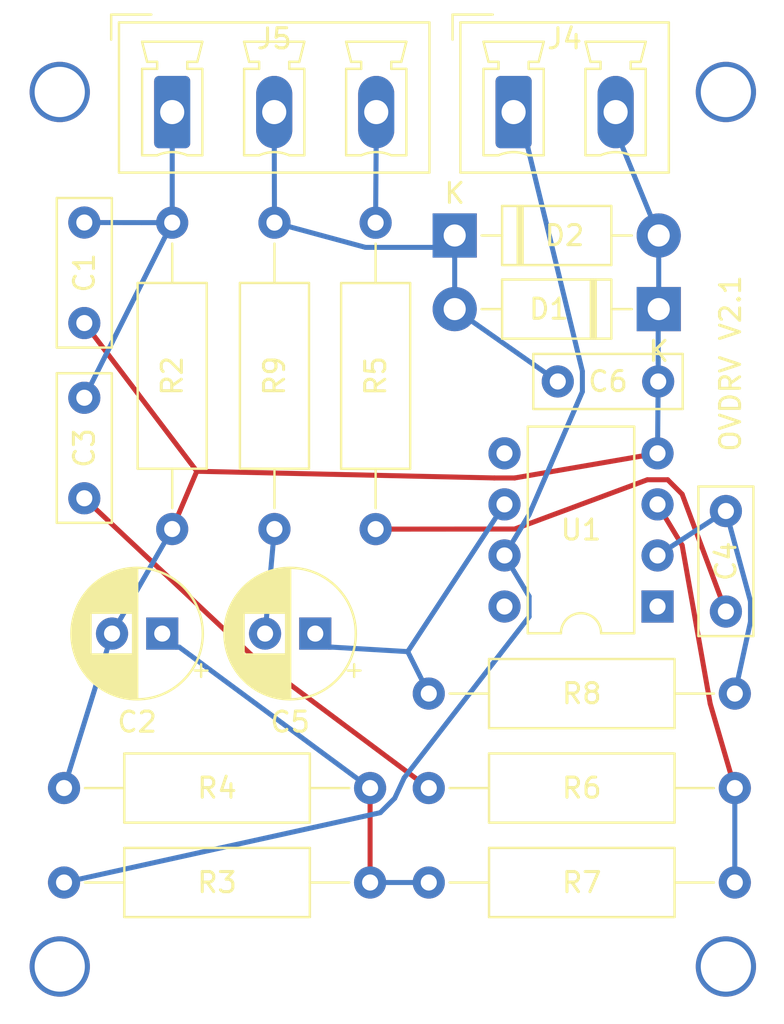
<source format=kicad_pcb>
(kicad_pcb (version 20171130) (host pcbnew "(5.1.5)-3")

  (general
    (thickness 1.6)
    (drawings 7)
    (tracks 77)
    (zones 0)
    (modules 19)
    (nets 16)
  )

  (page A4)
  (layers
    (0 F.Cu signal)
    (31 B.Cu signal)
    (32 B.Adhes user)
    (33 F.Adhes user)
    (34 B.Paste user)
    (35 F.Paste user)
    (36 B.SilkS user)
    (37 F.SilkS user)
    (38 B.Mask user)
    (39 F.Mask user)
    (40 Dwgs.User user)
    (41 Cmts.User user)
    (42 Eco1.User user)
    (43 Eco2.User user)
    (44 Edge.Cuts user)
    (45 Margin user)
    (46 B.CrtYd user)
    (47 F.CrtYd user)
    (48 B.Fab user)
    (49 F.Fab user)
  )

  (setup
    (last_trace_width 0.25)
    (trace_clearance 0.2)
    (zone_clearance 0.508)
    (zone_45_only no)
    (trace_min 0.2)
    (via_size 0.8)
    (via_drill 0.4)
    (via_min_size 0.4)
    (via_min_drill 0.3)
    (uvia_size 0.3)
    (uvia_drill 0.1)
    (uvias_allowed no)
    (uvia_min_size 0.2)
    (uvia_min_drill 0.1)
    (edge_width 0.05)
    (segment_width 0.2)
    (pcb_text_width 0.3)
    (pcb_text_size 1.5 1.5)
    (mod_edge_width 0.12)
    (mod_text_size 1 1)
    (mod_text_width 0.15)
    (pad_size 1.6 1.6)
    (pad_drill 0.8)
    (pad_to_mask_clearance 0.051)
    (solder_mask_min_width 0.25)
    (aux_axis_origin 0 0)
    (visible_elements FFFFFF7F)
    (pcbplotparams
      (layerselection 0x010fc_ffffffff)
      (usegerberextensions false)
      (usegerberattributes false)
      (usegerberadvancedattributes false)
      (creategerberjobfile false)
      (excludeedgelayer true)
      (linewidth 0.100000)
      (plotframeref false)
      (viasonmask false)
      (mode 1)
      (useauxorigin false)
      (hpglpennumber 1)
      (hpglpenspeed 20)
      (hpglpendiameter 15.000000)
      (psnegative false)
      (psa4output false)
      (plotreference true)
      (plotvalue true)
      (plotinvisibletext false)
      (padsonsilk false)
      (subtractmaskfromsilk false)
      (outputformat 1)
      (mirror false)
      (drillshape 1)
      (scaleselection 1)
      (outputdirectory ""))
  )

  (net 0 "")
  (net 1 GND)
  (net 2 /SW1A_2)
  (net 3 "Net-(C2-Pad1)")
  (net 4 "Net-(C3-Pad1)")
  (net 5 "Net-(C4-Pad2)")
  (net 6 "Net-(C4-Pad1)")
  (net 7 "Net-(C5-Pad2)")
  (net 8 "Net-(C5-Pad1)")
  (net 9 /100k_Poten_3)
  (net 10 +9V)
  (net 11 /500k_Poten_3)
  (net 12 "Net-(R6-Pad2)")
  (net 13 "Net-(U1-Pad8)")
  (net 14 "Net-(U1-Pad5)")
  (net 15 "Net-(U1-Pad1)")

  (net_class Default "This is the default net class."
    (clearance 0.2)
    (trace_width 0.25)
    (via_dia 0.8)
    (via_drill 0.4)
    (uvia_dia 0.3)
    (uvia_drill 0.1)
    (add_net +9V)
    (add_net /100k_Poten_3)
    (add_net /500k_Poten_3)
    (add_net /SW1A_2)
    (add_net GND)
    (add_net "Net-(C2-Pad1)")
    (add_net "Net-(C3-Pad1)")
    (add_net "Net-(C4-Pad1)")
    (add_net "Net-(C4-Pad2)")
    (add_net "Net-(C5-Pad1)")
    (add_net "Net-(C5-Pad2)")
    (add_net "Net-(R6-Pad2)")
    (add_net "Net-(U1-Pad1)")
    (add_net "Net-(U1-Pad5)")
    (add_net "Net-(U1-Pad8)")
  )

  (module Package_DIP:DIP-8_W7.62mm (layer F.Cu) (tedit 5EB1C269) (tstamp 5EB243D9)
    (at 183.667 90.0938 180)
    (descr "8-lead though-hole mounted DIP package, row spacing 7.62 mm (300 mils)")
    (tags "THT DIP DIL PDIP 2.54mm 7.62mm 300mil")
    (path /5EB19632)
    (fp_text reference U1 (at 3.81 3.81) (layer F.SilkS)
      (effects (font (size 1 1) (thickness 0.15)))
    )
    (fp_text value LM741 (at 3.81 9.95) (layer F.Fab)
      (effects (font (size 1 1) (thickness 0.15)))
    )
    (fp_text user %R (at 3.81 3.81) (layer F.Fab)
      (effects (font (size 1 1) (thickness 0.15)))
    )
    (fp_line (start 8.7 -1.55) (end -1.1 -1.55) (layer F.CrtYd) (width 0.05))
    (fp_line (start 8.7 9.15) (end 8.7 -1.55) (layer F.CrtYd) (width 0.05))
    (fp_line (start -1.1 9.15) (end 8.7 9.15) (layer F.CrtYd) (width 0.05))
    (fp_line (start -1.1 -1.55) (end -1.1 9.15) (layer F.CrtYd) (width 0.05))
    (fp_line (start 6.46 -1.33) (end 4.81 -1.33) (layer F.SilkS) (width 0.12))
    (fp_line (start 6.46 8.95) (end 6.46 -1.33) (layer F.SilkS) (width 0.12))
    (fp_line (start 1.16 8.95) (end 6.46 8.95) (layer F.SilkS) (width 0.12))
    (fp_line (start 1.16 -1.33) (end 1.16 8.95) (layer F.SilkS) (width 0.12))
    (fp_line (start 2.81 -1.33) (end 1.16 -1.33) (layer F.SilkS) (width 0.12))
    (fp_line (start 0.635 -0.27) (end 1.635 -1.27) (layer F.Fab) (width 0.1))
    (fp_line (start 0.635 8.89) (end 0.635 -0.27) (layer F.Fab) (width 0.1))
    (fp_line (start 6.985 8.89) (end 0.635 8.89) (layer F.Fab) (width 0.1))
    (fp_line (start 6.985 -1.27) (end 6.985 8.89) (layer F.Fab) (width 0.1))
    (fp_line (start 1.635 -1.27) (end 6.985 -1.27) (layer F.Fab) (width 0.1))
    (fp_arc (start 3.81 -1.33) (end 2.81 -1.33) (angle -180) (layer F.SilkS) (width 0.12))
    (pad 8 thru_hole oval (at 7.62 0 180) (size 1.6 1.6) (drill 0.8) (layers *.Cu *.Mask)
      (net 13 "Net-(U1-Pad8)"))
    (pad 4 thru_hole oval (at 0 7.62 180) (size 1.6 1.6) (drill 0.8) (layers *.Cu *.Mask)
      (net 1 GND))
    (pad 7 thru_hole oval (at 7.62 2.54 180) (size 1.6 1.6) (drill 0.8) (layers *.Cu *.Mask)
      (net 10 +9V))
    (pad 3 thru_hole oval (at 0 5.08 180) (size 1.6 1.6) (drill 0.8) (layers *.Cu *.Mask)
      (net 12 "Net-(R6-Pad2)"))
    (pad 6 thru_hole oval (at 7.62 5.08 180) (size 1.6 1.6) (drill 0.8) (layers *.Cu *.Mask)
      (net 8 "Net-(C5-Pad1)"))
    (pad 2 thru_hole oval (at 0 2.54 180) (size 1.6 1.6) (drill 0.8) (layers *.Cu *.Mask)
      (net 6 "Net-(C4-Pad1)"))
    (pad 5 thru_hole oval (at 7.62 7.62 180) (size 1.6 1.6) (drill 0.8) (layers *.Cu *.Mask)
      (net 14 "Net-(U1-Pad5)"))
    (pad 1 thru_hole rect (at 0 0 180) (size 1.6 1.6) (drill 0.8) (layers *.Cu *.Mask)
      (net 15 "Net-(U1-Pad1)"))
    (model ${KISYS3DMOD}/Package_DIP.3dshapes/DIP-8_W7.62mm.wrl
      (at (xyz 0 0 0))
      (scale (xyz 1 1 1))
      (rotate (xyz 0 0 0))
    )
  )

  (module Resistor_THT:R_Axial_DIN0309_L9.0mm_D3.2mm_P15.24mm_Horizontal (layer F.Cu) (tedit 5AE5139B) (tstamp 5EB232BE)
    (at 164.592 71 270)
    (descr "Resistor, Axial_DIN0309 series, Axial, Horizontal, pin pitch=15.24mm, 0.5W = 1/2W, length*diameter=9*3.2mm^2, http://cdn-reichelt.de/documents/datenblatt/B400/1_4W%23YAG.pdf")
    (tags "Resistor Axial_DIN0309 series Axial Horizontal pin pitch 15.24mm 0.5W = 1/2W length 9mm diameter 3.2mm")
    (path /5EC1FC02)
    (fp_text reference R9 (at 7.62 0 90) (layer F.SilkS)
      (effects (font (size 1 1) (thickness 0.15)))
    )
    (fp_text value 10k (at 7.62 2.72 90) (layer F.Fab)
      (effects (font (size 1 1) (thickness 0.15)))
    )
    (fp_text user %R (at 7.62 0 90) (layer F.Fab)
      (effects (font (size 1 1) (thickness 0.15)))
    )
    (fp_line (start 16.29 -1.85) (end -1.05 -1.85) (layer F.CrtYd) (width 0.05))
    (fp_line (start 16.29 1.85) (end 16.29 -1.85) (layer F.CrtYd) (width 0.05))
    (fp_line (start -1.05 1.85) (end 16.29 1.85) (layer F.CrtYd) (width 0.05))
    (fp_line (start -1.05 -1.85) (end -1.05 1.85) (layer F.CrtYd) (width 0.05))
    (fp_line (start 14.2 0) (end 12.24 0) (layer F.SilkS) (width 0.12))
    (fp_line (start 1.04 0) (end 3 0) (layer F.SilkS) (width 0.12))
    (fp_line (start 12.24 -1.72) (end 3 -1.72) (layer F.SilkS) (width 0.12))
    (fp_line (start 12.24 1.72) (end 12.24 -1.72) (layer F.SilkS) (width 0.12))
    (fp_line (start 3 1.72) (end 12.24 1.72) (layer F.SilkS) (width 0.12))
    (fp_line (start 3 -1.72) (end 3 1.72) (layer F.SilkS) (width 0.12))
    (fp_line (start 15.24 0) (end 12.12 0) (layer F.Fab) (width 0.1))
    (fp_line (start 0 0) (end 3.12 0) (layer F.Fab) (width 0.1))
    (fp_line (start 12.12 -1.6) (end 3.12 -1.6) (layer F.Fab) (width 0.1))
    (fp_line (start 12.12 1.6) (end 12.12 -1.6) (layer F.Fab) (width 0.1))
    (fp_line (start 3.12 1.6) (end 12.12 1.6) (layer F.Fab) (width 0.1))
    (fp_line (start 3.12 -1.6) (end 3.12 1.6) (layer F.Fab) (width 0.1))
    (pad 2 thru_hole oval (at 15.24 0 270) (size 1.6 1.6) (drill 0.8) (layers *.Cu *.Mask)
      (net 7 "Net-(C5-Pad2)"))
    (pad 1 thru_hole circle (at 0 0 270) (size 1.6 1.6) (drill 0.8) (layers *.Cu *.Mask)
      (net 9 /100k_Poten_3))
    (model ${KISYS3DMOD}/Resistor_THT.3dshapes/R_Axial_DIN0309_L9.0mm_D3.2mm_P15.24mm_Horizontal.wrl
      (at (xyz 0 0 0))
      (scale (xyz 1 1 1))
      (rotate (xyz 0 0 0))
    )
  )

  (module Resistor_THT:R_Axial_DIN0309_L9.0mm_D3.2mm_P15.24mm_Horizontal (layer F.Cu) (tedit 5AE5139B) (tstamp 5EB232A7)
    (at 172.276 94.4245)
    (descr "Resistor, Axial_DIN0309 series, Axial, Horizontal, pin pitch=15.24mm, 0.5W = 1/2W, length*diameter=9*3.2mm^2, http://cdn-reichelt.de/documents/datenblatt/B400/1_4W%23YAG.pdf")
    (tags "Resistor Axial_DIN0309 series Axial Horizontal pin pitch 15.24mm 0.5W = 1/2W length 9mm diameter 3.2mm")
    (path /5EB813D8)
    (fp_text reference R8 (at 7.62 0) (layer F.SilkS)
      (effects (font (size 1 1) (thickness 0.15)))
    )
    (fp_text value 1M (at 7.62 2.72) (layer F.Fab)
      (effects (font (size 1 1) (thickness 0.15)))
    )
    (fp_text user %R (at 7.62 0) (layer F.Fab)
      (effects (font (size 1 1) (thickness 0.15)))
    )
    (fp_line (start 16.29 -1.85) (end -1.05 -1.85) (layer F.CrtYd) (width 0.05))
    (fp_line (start 16.29 1.85) (end 16.29 -1.85) (layer F.CrtYd) (width 0.05))
    (fp_line (start -1.05 1.85) (end 16.29 1.85) (layer F.CrtYd) (width 0.05))
    (fp_line (start -1.05 -1.85) (end -1.05 1.85) (layer F.CrtYd) (width 0.05))
    (fp_line (start 14.2 0) (end 12.24 0) (layer F.SilkS) (width 0.12))
    (fp_line (start 1.04 0) (end 3 0) (layer F.SilkS) (width 0.12))
    (fp_line (start 12.24 -1.72) (end 3 -1.72) (layer F.SilkS) (width 0.12))
    (fp_line (start 12.24 1.72) (end 12.24 -1.72) (layer F.SilkS) (width 0.12))
    (fp_line (start 3 1.72) (end 12.24 1.72) (layer F.SilkS) (width 0.12))
    (fp_line (start 3 -1.72) (end 3 1.72) (layer F.SilkS) (width 0.12))
    (fp_line (start 15.24 0) (end 12.12 0) (layer F.Fab) (width 0.1))
    (fp_line (start 0 0) (end 3.12 0) (layer F.Fab) (width 0.1))
    (fp_line (start 12.12 -1.6) (end 3.12 -1.6) (layer F.Fab) (width 0.1))
    (fp_line (start 12.12 1.6) (end 12.12 -1.6) (layer F.Fab) (width 0.1))
    (fp_line (start 3.12 1.6) (end 12.12 1.6) (layer F.Fab) (width 0.1))
    (fp_line (start 3.12 -1.6) (end 3.12 1.6) (layer F.Fab) (width 0.1))
    (pad 2 thru_hole oval (at 15.24 0) (size 1.6 1.6) (drill 0.8) (layers *.Cu *.Mask)
      (net 6 "Net-(C4-Pad1)"))
    (pad 1 thru_hole circle (at 0 0) (size 1.6 1.6) (drill 0.8) (layers *.Cu *.Mask)
      (net 8 "Net-(C5-Pad1)"))
    (model ${KISYS3DMOD}/Resistor_THT.3dshapes/R_Axial_DIN0309_L9.0mm_D3.2mm_P15.24mm_Horizontal.wrl
      (at (xyz 0 0 0))
      (scale (xyz 1 1 1))
      (rotate (xyz 0 0 0))
    )
  )

  (module Resistor_THT:R_Axial_DIN0309_L9.0mm_D3.2mm_P15.24mm_Horizontal (layer F.Cu) (tedit 5EB1D359) (tstamp 5EB23290)
    (at 187.516 103.822 180)
    (descr "Resistor, Axial_DIN0309 series, Axial, Horizontal, pin pitch=15.24mm, 0.5W = 1/2W, length*diameter=9*3.2mm^2, http://cdn-reichelt.de/documents/datenblatt/B400/1_4W%23YAG.pdf")
    (tags "Resistor Axial_DIN0309 series Axial Horizontal pin pitch 15.24mm 0.5W = 1/2W length 9mm diameter 3.2mm")
    (path /5EB4D56A)
    (fp_text reference R7 (at 7.62 0) (layer F.SilkS)
      (effects (font (size 1 1) (thickness 0.15)))
    )
    (fp_text value 470k (at 7.62 2.72) (layer F.Fab)
      (effects (font (size 1 1) (thickness 0.15)))
    )
    (fp_text user %R (at 7.62 0) (layer F.Fab)
      (effects (font (size 1 1) (thickness 0.15)))
    )
    (fp_line (start 16.29 -1.85) (end -1.05 -1.85) (layer F.CrtYd) (width 0.05))
    (fp_line (start 16.29 1.85) (end 16.29 -1.85) (layer F.CrtYd) (width 0.05))
    (fp_line (start -1.05 1.85) (end 16.29 1.85) (layer F.CrtYd) (width 0.05))
    (fp_line (start -1.05 -1.85) (end -1.05 1.85) (layer F.CrtYd) (width 0.05))
    (fp_line (start 14.2 0) (end 12.24 0) (layer F.SilkS) (width 0.12))
    (fp_line (start 1.04 0) (end 3 0) (layer F.SilkS) (width 0.12))
    (fp_line (start 12.24 -1.72) (end 3 -1.72) (layer F.SilkS) (width 0.12))
    (fp_line (start 12.24 1.72) (end 12.24 -1.72) (layer F.SilkS) (width 0.12))
    (fp_line (start 3 1.72) (end 12.24 1.72) (layer F.SilkS) (width 0.12))
    (fp_line (start 3 -1.72) (end 3 1.72) (layer F.SilkS) (width 0.12))
    (fp_line (start 15.24 0) (end 12.12 0) (layer F.Fab) (width 0.1))
    (fp_line (start 0 0) (end 3.12 0) (layer F.Fab) (width 0.1))
    (fp_line (start 12.12 -1.6) (end 3.12 -1.6) (layer F.Fab) (width 0.1))
    (fp_line (start 12.12 1.6) (end 12.12 -1.6) (layer F.Fab) (width 0.1))
    (fp_line (start 3.12 1.6) (end 12.12 1.6) (layer F.Fab) (width 0.1))
    (fp_line (start 3.12 -1.6) (end 3.12 1.6) (layer F.Fab) (width 0.1))
    (pad 2 thru_hole oval (at 15.24 0 180) (size 1.6 1.6) (drill 0.8) (layers *.Cu *.Mask)
      (net 3 "Net-(C2-Pad1)"))
    (pad 1 thru_hole circle (at 0 0 180) (size 1.6 1.6) (drill 0.8) (layers *.Cu *.Mask)
      (net 12 "Net-(R6-Pad2)"))
    (model ${KISYS3DMOD}/Resistor_THT.3dshapes/R_Axial_DIN0309_L9.0mm_D3.2mm_P15.24mm_Horizontal.wrl
      (at (xyz 0 0 0))
      (scale (xyz 1 1 1))
      (rotate (xyz 0 0 0))
    )
  )

  (module Resistor_THT:R_Axial_DIN0309_L9.0mm_D3.2mm_P15.24mm_Horizontal (layer F.Cu) (tedit 5AE5139B) (tstamp 5EB23279)
    (at 172.276 99.1235)
    (descr "Resistor, Axial_DIN0309 series, Axial, Horizontal, pin pitch=15.24mm, 0.5W = 1/2W, length*diameter=9*3.2mm^2, http://cdn-reichelt.de/documents/datenblatt/B400/1_4W%23YAG.pdf")
    (tags "Resistor Axial_DIN0309 series Axial Horizontal pin pitch 15.24mm 0.5W = 1/2W length 9mm diameter 3.2mm")
    (path /5EB6B6EC)
    (fp_text reference R6 (at 7.62 0) (layer F.SilkS)
      (effects (font (size 1 1) (thickness 0.15)))
    )
    (fp_text value 10k (at 7.62 2.72) (layer F.Fab)
      (effects (font (size 1 1) (thickness 0.15)))
    )
    (fp_text user %R (at 7.62 0) (layer F.Fab)
      (effects (font (size 1 1) (thickness 0.15)))
    )
    (fp_line (start 16.29 -1.85) (end -1.05 -1.85) (layer F.CrtYd) (width 0.05))
    (fp_line (start 16.29 1.85) (end 16.29 -1.85) (layer F.CrtYd) (width 0.05))
    (fp_line (start -1.05 1.85) (end 16.29 1.85) (layer F.CrtYd) (width 0.05))
    (fp_line (start -1.05 -1.85) (end -1.05 1.85) (layer F.CrtYd) (width 0.05))
    (fp_line (start 14.2 0) (end 12.24 0) (layer F.SilkS) (width 0.12))
    (fp_line (start 1.04 0) (end 3 0) (layer F.SilkS) (width 0.12))
    (fp_line (start 12.24 -1.72) (end 3 -1.72) (layer F.SilkS) (width 0.12))
    (fp_line (start 12.24 1.72) (end 12.24 -1.72) (layer F.SilkS) (width 0.12))
    (fp_line (start 3 1.72) (end 12.24 1.72) (layer F.SilkS) (width 0.12))
    (fp_line (start 3 -1.72) (end 3 1.72) (layer F.SilkS) (width 0.12))
    (fp_line (start 15.24 0) (end 12.12 0) (layer F.Fab) (width 0.1))
    (fp_line (start 0 0) (end 3.12 0) (layer F.Fab) (width 0.1))
    (fp_line (start 12.12 -1.6) (end 3.12 -1.6) (layer F.Fab) (width 0.1))
    (fp_line (start 12.12 1.6) (end 12.12 -1.6) (layer F.Fab) (width 0.1))
    (fp_line (start 3.12 1.6) (end 12.12 1.6) (layer F.Fab) (width 0.1))
    (fp_line (start 3.12 -1.6) (end 3.12 1.6) (layer F.Fab) (width 0.1))
    (pad 2 thru_hole oval (at 15.24 0) (size 1.6 1.6) (drill 0.8) (layers *.Cu *.Mask)
      (net 12 "Net-(R6-Pad2)"))
    (pad 1 thru_hole circle (at 0 0) (size 1.6 1.6) (drill 0.8) (layers *.Cu *.Mask)
      (net 4 "Net-(C3-Pad1)"))
    (model ${KISYS3DMOD}/Resistor_THT.3dshapes/R_Axial_DIN0309_L9.0mm_D3.2mm_P15.24mm_Horizontal.wrl
      (at (xyz 0 0 0))
      (scale (xyz 1 1 1))
      (rotate (xyz 0 0 0))
    )
  )

  (module Resistor_THT:R_Axial_DIN0309_L9.0mm_D3.2mm_P15.24mm_Horizontal (layer F.Cu) (tedit 5AE5139B) (tstamp 5EB23262)
    (at 169.63 86.244 90)
    (descr "Resistor, Axial_DIN0309 series, Axial, Horizontal, pin pitch=15.24mm, 0.5W = 1/2W, length*diameter=9*3.2mm^2, http://cdn-reichelt.de/documents/datenblatt/B400/1_4W%23YAG.pdf")
    (tags "Resistor Axial_DIN0309 series Axial Horizontal pin pitch 15.24mm 0.5W = 1/2W length 9mm diameter 3.2mm")
    (path /5EB65C7B)
    (fp_text reference R5 (at 7.62 0 90) (layer F.SilkS)
      (effects (font (size 1 1) (thickness 0.15)))
    )
    (fp_text value 47k (at 7.62 2.72 90) (layer F.Fab)
      (effects (font (size 1 1) (thickness 0.15)))
    )
    (fp_text user %R (at 7.62 0 90) (layer F.Fab)
      (effects (font (size 1 1) (thickness 0.15)))
    )
    (fp_line (start 16.29 -1.85) (end -1.05 -1.85) (layer F.CrtYd) (width 0.05))
    (fp_line (start 16.29 1.85) (end 16.29 -1.85) (layer F.CrtYd) (width 0.05))
    (fp_line (start -1.05 1.85) (end 16.29 1.85) (layer F.CrtYd) (width 0.05))
    (fp_line (start -1.05 -1.85) (end -1.05 1.85) (layer F.CrtYd) (width 0.05))
    (fp_line (start 14.2 0) (end 12.24 0) (layer F.SilkS) (width 0.12))
    (fp_line (start 1.04 0) (end 3 0) (layer F.SilkS) (width 0.12))
    (fp_line (start 12.24 -1.72) (end 3 -1.72) (layer F.SilkS) (width 0.12))
    (fp_line (start 12.24 1.72) (end 12.24 -1.72) (layer F.SilkS) (width 0.12))
    (fp_line (start 3 1.72) (end 12.24 1.72) (layer F.SilkS) (width 0.12))
    (fp_line (start 3 -1.72) (end 3 1.72) (layer F.SilkS) (width 0.12))
    (fp_line (start 15.24 0) (end 12.12 0) (layer F.Fab) (width 0.1))
    (fp_line (start 0 0) (end 3.12 0) (layer F.Fab) (width 0.1))
    (fp_line (start 12.12 -1.6) (end 3.12 -1.6) (layer F.Fab) (width 0.1))
    (fp_line (start 12.12 1.6) (end 12.12 -1.6) (layer F.Fab) (width 0.1))
    (fp_line (start 3.12 1.6) (end 12.12 1.6) (layer F.Fab) (width 0.1))
    (fp_line (start 3.12 -1.6) (end 3.12 1.6) (layer F.Fab) (width 0.1))
    (pad 2 thru_hole oval (at 15.24 0 90) (size 1.6 1.6) (drill 0.8) (layers *.Cu *.Mask)
      (net 11 /500k_Poten_3))
    (pad 1 thru_hole circle (at 0 0 90) (size 1.6 1.6) (drill 0.8) (layers *.Cu *.Mask)
      (net 5 "Net-(C4-Pad2)"))
    (model ${KISYS3DMOD}/Resistor_THT.3dshapes/R_Axial_DIN0309_L9.0mm_D3.2mm_P15.24mm_Horizontal.wrl
      (at (xyz 0 0 0))
      (scale (xyz 1 1 1))
      (rotate (xyz 0 0 0))
    )
  )

  (module Resistor_THT:R_Axial_DIN0309_L9.0mm_D3.2mm_P15.24mm_Horizontal (layer F.Cu) (tedit 5AE5139B) (tstamp 5EB2324B)
    (at 154.114 99.1235)
    (descr "Resistor, Axial_DIN0309 series, Axial, Horizontal, pin pitch=15.24mm, 0.5W = 1/2W, length*diameter=9*3.2mm^2, http://cdn-reichelt.de/documents/datenblatt/B400/1_4W%23YAG.pdf")
    (tags "Resistor Axial_DIN0309 series Axial Horizontal pin pitch 15.24mm 0.5W = 1/2W length 9mm diameter 3.2mm")
    (path /5EB64EFE)
    (fp_text reference R4 (at 7.62 0) (layer F.SilkS)
      (effects (font (size 1 1) (thickness 0.15)))
    )
    (fp_text value 20k (at 7.62 2.72) (layer F.Fab)
      (effects (font (size 1 1) (thickness 0.15)))
    )
    (fp_text user %R (at 7.62 0) (layer F.Fab)
      (effects (font (size 1 1) (thickness 0.15)))
    )
    (fp_line (start 16.29 -1.85) (end -1.05 -1.85) (layer F.CrtYd) (width 0.05))
    (fp_line (start 16.29 1.85) (end 16.29 -1.85) (layer F.CrtYd) (width 0.05))
    (fp_line (start -1.05 1.85) (end 16.29 1.85) (layer F.CrtYd) (width 0.05))
    (fp_line (start -1.05 -1.85) (end -1.05 1.85) (layer F.CrtYd) (width 0.05))
    (fp_line (start 14.2 0) (end 12.24 0) (layer F.SilkS) (width 0.12))
    (fp_line (start 1.04 0) (end 3 0) (layer F.SilkS) (width 0.12))
    (fp_line (start 12.24 -1.72) (end 3 -1.72) (layer F.SilkS) (width 0.12))
    (fp_line (start 12.24 1.72) (end 12.24 -1.72) (layer F.SilkS) (width 0.12))
    (fp_line (start 3 1.72) (end 12.24 1.72) (layer F.SilkS) (width 0.12))
    (fp_line (start 3 -1.72) (end 3 1.72) (layer F.SilkS) (width 0.12))
    (fp_line (start 15.24 0) (end 12.12 0) (layer F.Fab) (width 0.1))
    (fp_line (start 0 0) (end 3.12 0) (layer F.Fab) (width 0.1))
    (fp_line (start 12.12 -1.6) (end 3.12 -1.6) (layer F.Fab) (width 0.1))
    (fp_line (start 12.12 1.6) (end 12.12 -1.6) (layer F.Fab) (width 0.1))
    (fp_line (start 3.12 1.6) (end 12.12 1.6) (layer F.Fab) (width 0.1))
    (fp_line (start 3.12 -1.6) (end 3.12 1.6) (layer F.Fab) (width 0.1))
    (pad 2 thru_hole oval (at 15.24 0) (size 1.6 1.6) (drill 0.8) (layers *.Cu *.Mask)
      (net 3 "Net-(C2-Pad1)"))
    (pad 1 thru_hole circle (at 0 0) (size 1.6 1.6) (drill 0.8) (layers *.Cu *.Mask)
      (net 1 GND))
    (model ${KISYS3DMOD}/Resistor_THT.3dshapes/R_Axial_DIN0309_L9.0mm_D3.2mm_P15.24mm_Horizontal.wrl
      (at (xyz 0 0 0))
      (scale (xyz 1 1 1))
      (rotate (xyz 0 0 0))
    )
  )

  (module Resistor_THT:R_Axial_DIN0309_L9.0mm_D3.2mm_P15.24mm_Horizontal (layer F.Cu) (tedit 5EB1D336) (tstamp 5EB23234)
    (at 169.354 103.822 180)
    (descr "Resistor, Axial_DIN0309 series, Axial, Horizontal, pin pitch=15.24mm, 0.5W = 1/2W, length*diameter=9*3.2mm^2, http://cdn-reichelt.de/documents/datenblatt/B400/1_4W%23YAG.pdf")
    (tags "Resistor Axial_DIN0309 series Axial Horizontal pin pitch 15.24mm 0.5W = 1/2W length 9mm diameter 3.2mm")
    (path /5EB66165)
    (fp_text reference R3 (at 7.62 0) (layer F.SilkS)
      (effects (font (size 1 1) (thickness 0.15)))
    )
    (fp_text value 20k (at 7.62 2.72) (layer F.Fab)
      (effects (font (size 1 1) (thickness 0.15)))
    )
    (fp_text user %R (at 7.62 0) (layer F.Fab)
      (effects (font (size 1 1) (thickness 0.15)))
    )
    (fp_line (start 16.29 -1.85) (end -1.05 -1.85) (layer F.CrtYd) (width 0.05))
    (fp_line (start 16.29 1.85) (end 16.29 -1.85) (layer F.CrtYd) (width 0.05))
    (fp_line (start -1.05 1.85) (end 16.29 1.85) (layer F.CrtYd) (width 0.05))
    (fp_line (start -1.05 -1.85) (end -1.05 1.85) (layer F.CrtYd) (width 0.05))
    (fp_line (start 14.2 0) (end 12.24 0) (layer F.SilkS) (width 0.12))
    (fp_line (start 1.04 0) (end 3 0) (layer F.SilkS) (width 0.12))
    (fp_line (start 12.24 -1.72) (end 3 -1.72) (layer F.SilkS) (width 0.12))
    (fp_line (start 12.24 1.72) (end 12.24 -1.72) (layer F.SilkS) (width 0.12))
    (fp_line (start 3 1.72) (end 12.24 1.72) (layer F.SilkS) (width 0.12))
    (fp_line (start 3 -1.72) (end 3 1.72) (layer F.SilkS) (width 0.12))
    (fp_line (start 15.24 0) (end 12.12 0) (layer F.Fab) (width 0.1))
    (fp_line (start 0 0) (end 3.12 0) (layer F.Fab) (width 0.1))
    (fp_line (start 12.12 -1.6) (end 3.12 -1.6) (layer F.Fab) (width 0.1))
    (fp_line (start 12.12 1.6) (end 12.12 -1.6) (layer F.Fab) (width 0.1))
    (fp_line (start 3.12 1.6) (end 12.12 1.6) (layer F.Fab) (width 0.1))
    (fp_line (start 3.12 -1.6) (end 3.12 1.6) (layer F.Fab) (width 0.1))
    (pad 2 thru_hole oval (at 15.24 0 180) (size 1.6 1.6) (drill 0.8) (layers *.Cu *.Mask)
      (net 10 +9V))
    (pad 1 thru_hole circle (at 0 0 180) (size 1.6 1.6) (drill 0.8) (layers *.Cu *.Mask)
      (net 3 "Net-(C2-Pad1)"))
    (model ${KISYS3DMOD}/Resistor_THT.3dshapes/R_Axial_DIN0309_L9.0mm_D3.2mm_P15.24mm_Horizontal.wrl
      (at (xyz 0 0 0))
      (scale (xyz 1 1 1))
      (rotate (xyz 0 0 0))
    )
  )

  (module Resistor_THT:R_Axial_DIN0309_L9.0mm_D3.2mm_P15.24mm_Horizontal (layer F.Cu) (tedit 5AE5139B) (tstamp 5EB2321D)
    (at 159.5 71 270)
    (descr "Resistor, Axial_DIN0309 series, Axial, Horizontal, pin pitch=15.24mm, 0.5W = 1/2W, length*diameter=9*3.2mm^2, http://cdn-reichelt.de/documents/datenblatt/B400/1_4W%23YAG.pdf")
    (tags "Resistor Axial_DIN0309 series Axial Horizontal pin pitch 15.24mm 0.5W = 1/2W length 9mm diameter 3.2mm")
    (path /5EB7672C)
    (fp_text reference R2 (at 7.62 0 90) (layer F.SilkS)
      (effects (font (size 1 1) (thickness 0.15)))
    )
    (fp_text value 1M5 (at 7.62 2.72 90) (layer F.Fab)
      (effects (font (size 1 1) (thickness 0.15)))
    )
    (fp_text user %R (at 7.62 0 90) (layer F.Fab)
      (effects (font (size 1 1) (thickness 0.15)))
    )
    (fp_line (start 16.29 -1.85) (end -1.05 -1.85) (layer F.CrtYd) (width 0.05))
    (fp_line (start 16.29 1.85) (end 16.29 -1.85) (layer F.CrtYd) (width 0.05))
    (fp_line (start -1.05 1.85) (end 16.29 1.85) (layer F.CrtYd) (width 0.05))
    (fp_line (start -1.05 -1.85) (end -1.05 1.85) (layer F.CrtYd) (width 0.05))
    (fp_line (start 14.2 0) (end 12.24 0) (layer F.SilkS) (width 0.12))
    (fp_line (start 1.04 0) (end 3 0) (layer F.SilkS) (width 0.12))
    (fp_line (start 12.24 -1.72) (end 3 -1.72) (layer F.SilkS) (width 0.12))
    (fp_line (start 12.24 1.72) (end 12.24 -1.72) (layer F.SilkS) (width 0.12))
    (fp_line (start 3 1.72) (end 12.24 1.72) (layer F.SilkS) (width 0.12))
    (fp_line (start 3 -1.72) (end 3 1.72) (layer F.SilkS) (width 0.12))
    (fp_line (start 15.24 0) (end 12.12 0) (layer F.Fab) (width 0.1))
    (fp_line (start 0 0) (end 3.12 0) (layer F.Fab) (width 0.1))
    (fp_line (start 12.12 -1.6) (end 3.12 -1.6) (layer F.Fab) (width 0.1))
    (fp_line (start 12.12 1.6) (end 12.12 -1.6) (layer F.Fab) (width 0.1))
    (fp_line (start 3.12 1.6) (end 12.12 1.6) (layer F.Fab) (width 0.1))
    (fp_line (start 3.12 -1.6) (end 3.12 1.6) (layer F.Fab) (width 0.1))
    (pad 2 thru_hole oval (at 15.24 0 270) (size 1.6 1.6) (drill 0.8) (layers *.Cu *.Mask)
      (net 1 GND))
    (pad 1 thru_hole circle (at 0 0 270) (size 1.6 1.6) (drill 0.8) (layers *.Cu *.Mask)
      (net 2 /SW1A_2))
    (model ${KISYS3DMOD}/Resistor_THT.3dshapes/R_Axial_DIN0309_L9.0mm_D3.2mm_P15.24mm_Horizontal.wrl
      (at (xyz 0 0 0))
      (scale (xyz 1 1 1))
      (rotate (xyz 0 0 0))
    )
  )

  (module Connector_Phoenix_MC_HighVoltage:PhoenixContact_MCV_1,5_3-G-5.08_1x03_P5.08mm_Vertical (layer F.Cu) (tedit 5B784ED3) (tstamp 5EB231EB)
    (at 159.5 65.5)
    (descr "Generic Phoenix Contact connector footprint for: MCV_1,5/3-G-5.08; number of pins: 03; pin pitch: 5.08mm; Vertical || order number: 1836309 8A 320V")
    (tags "phoenix_contact connector MCV_01x03_G_5.08mm")
    (path /5EB8A12B)
    (fp_text reference J5 (at 5.08 -3.65) (layer F.SilkS)
      (effects (font (size 1 1) (thickness 0.15)))
    )
    (fp_text value "Out of Board Elements" (at 5.08 4.1) (layer F.Fab)
      (effects (font (size 1 1) (thickness 0.15)))
    )
    (fp_text user %R (at 5.08 -3.65) (layer F.Fab)
      (effects (font (size 1 1) (thickness 0.15)))
    )
    (fp_line (start -3.04 -4.85) (end -1.04 -4.85) (layer F.Fab) (width 0.1))
    (fp_line (start -3.04 -3.6) (end -3.04 -4.85) (layer F.Fab) (width 0.1))
    (fp_line (start -3.04 -4.85) (end -1.04 -4.85) (layer F.SilkS) (width 0.12))
    (fp_line (start -3.04 -3.6) (end -3.04 -4.85) (layer F.SilkS) (width 0.12))
    (fp_line (start 13.2 -4.85) (end -3.04 -4.85) (layer F.CrtYd) (width 0.05))
    (fp_line (start 13.2 3.4) (end 13.2 -4.85) (layer F.CrtYd) (width 0.05))
    (fp_line (start -3.04 3.4) (end 13.2 3.4) (layer F.CrtYd) (width 0.05))
    (fp_line (start -3.04 -4.85) (end -3.04 3.4) (layer F.CrtYd) (width 0.05))
    (fp_line (start 11.66 2.15) (end 10.91 2.15) (layer F.SilkS) (width 0.12))
    (fp_line (start 11.66 -2.15) (end 11.66 2.15) (layer F.SilkS) (width 0.12))
    (fp_line (start 10.91 -2.15) (end 11.66 -2.15) (layer F.SilkS) (width 0.12))
    (fp_line (start 10.91 -2.5) (end 10.91 -2.15) (layer F.SilkS) (width 0.12))
    (fp_line (start 11.41 -2.5) (end 10.91 -2.5) (layer F.SilkS) (width 0.12))
    (fp_line (start 11.66 -3.5) (end 11.41 -2.5) (layer F.SilkS) (width 0.12))
    (fp_line (start 8.66 -3.5) (end 11.66 -3.5) (layer F.SilkS) (width 0.12))
    (fp_line (start 8.91 -2.5) (end 8.66 -3.5) (layer F.SilkS) (width 0.12))
    (fp_line (start 9.41 -2.5) (end 8.91 -2.5) (layer F.SilkS) (width 0.12))
    (fp_line (start 9.41 -2.15) (end 9.41 -2.5) (layer F.SilkS) (width 0.12))
    (fp_line (start 8.66 -2.15) (end 9.41 -2.15) (layer F.SilkS) (width 0.12))
    (fp_line (start 8.66 2.15) (end 8.66 -2.15) (layer F.SilkS) (width 0.12))
    (fp_line (start 9.41 2.15) (end 8.66 2.15) (layer F.SilkS) (width 0.12))
    (fp_line (start 6.58 2.15) (end 5.83 2.15) (layer F.SilkS) (width 0.12))
    (fp_line (start 6.58 -2.15) (end 6.58 2.15) (layer F.SilkS) (width 0.12))
    (fp_line (start 5.83 -2.15) (end 6.58 -2.15) (layer F.SilkS) (width 0.12))
    (fp_line (start 5.83 -2.5) (end 5.83 -2.15) (layer F.SilkS) (width 0.12))
    (fp_line (start 6.33 -2.5) (end 5.83 -2.5) (layer F.SilkS) (width 0.12))
    (fp_line (start 6.58 -3.5) (end 6.33 -2.5) (layer F.SilkS) (width 0.12))
    (fp_line (start 3.58 -3.5) (end 6.58 -3.5) (layer F.SilkS) (width 0.12))
    (fp_line (start 3.83 -2.5) (end 3.58 -3.5) (layer F.SilkS) (width 0.12))
    (fp_line (start 4.33 -2.5) (end 3.83 -2.5) (layer F.SilkS) (width 0.12))
    (fp_line (start 4.33 -2.15) (end 4.33 -2.5) (layer F.SilkS) (width 0.12))
    (fp_line (start 3.58 -2.15) (end 4.33 -2.15) (layer F.SilkS) (width 0.12))
    (fp_line (start 3.58 2.15) (end 3.58 -2.15) (layer F.SilkS) (width 0.12))
    (fp_line (start 4.33 2.15) (end 3.58 2.15) (layer F.SilkS) (width 0.12))
    (fp_line (start 1.5 2.15) (end 0.75 2.15) (layer F.SilkS) (width 0.12))
    (fp_line (start 1.5 -2.15) (end 1.5 2.15) (layer F.SilkS) (width 0.12))
    (fp_line (start 0.75 -2.15) (end 1.5 -2.15) (layer F.SilkS) (width 0.12))
    (fp_line (start 0.75 -2.5) (end 0.75 -2.15) (layer F.SilkS) (width 0.12))
    (fp_line (start 1.25 -2.5) (end 0.75 -2.5) (layer F.SilkS) (width 0.12))
    (fp_line (start 1.5 -3.5) (end 1.25 -2.5) (layer F.SilkS) (width 0.12))
    (fp_line (start -1.5 -3.5) (end 1.5 -3.5) (layer F.SilkS) (width 0.12))
    (fp_line (start -1.25 -2.5) (end -1.5 -3.5) (layer F.SilkS) (width 0.12))
    (fp_line (start -0.75 -2.5) (end -1.25 -2.5) (layer F.SilkS) (width 0.12))
    (fp_line (start -0.75 -2.15) (end -0.75 -2.5) (layer F.SilkS) (width 0.12))
    (fp_line (start -1.5 -2.15) (end -0.75 -2.15) (layer F.SilkS) (width 0.12))
    (fp_line (start -1.5 2.15) (end -1.5 -2.15) (layer F.SilkS) (width 0.12))
    (fp_line (start -0.75 2.15) (end -1.5 2.15) (layer F.SilkS) (width 0.12))
    (fp_line (start 12.7 -4.35) (end -2.54 -4.35) (layer F.Fab) (width 0.1))
    (fp_line (start 12.7 2.9) (end 12.7 -4.35) (layer F.Fab) (width 0.1))
    (fp_line (start -2.54 2.9) (end 12.7 2.9) (layer F.Fab) (width 0.1))
    (fp_line (start -2.54 -4.35) (end -2.54 2.9) (layer F.Fab) (width 0.1))
    (fp_line (start 12.81 -4.46) (end -2.65 -4.46) (layer F.SilkS) (width 0.12))
    (fp_line (start 12.81 3.01) (end 12.81 -4.46) (layer F.SilkS) (width 0.12))
    (fp_line (start -2.65 3.01) (end 12.81 3.01) (layer F.SilkS) (width 0.12))
    (fp_line (start -2.65 -4.46) (end -2.65 3.01) (layer F.SilkS) (width 0.12))
    (fp_arc (start 10.16 3.85) (end 9.41 2.15) (angle 47.6) (layer F.SilkS) (width 0.12))
    (fp_arc (start 5.08 3.85) (end 4.33 2.15) (angle 47.6) (layer F.SilkS) (width 0.12))
    (fp_arc (start 0 3.85) (end -0.75 2.15) (angle 47.6) (layer F.SilkS) (width 0.12))
    (pad 3 thru_hole oval (at 10.16 0) (size 1.8 3.6) (drill 1.2) (layers *.Cu *.Mask)
      (net 11 /500k_Poten_3))
    (pad 2 thru_hole oval (at 5.08 0) (size 1.8 3.6) (drill 1.2) (layers *.Cu *.Mask)
      (net 9 /100k_Poten_3))
    (pad 1 thru_hole roundrect (at 0 0) (size 1.8 3.6) (drill 1.2) (layers *.Cu *.Mask) (roundrect_rratio 0.138889)
      (net 2 /SW1A_2))
    (model ${KISYS3DMOD}/Connector_Phoenix_MC_HighVoltage.3dshapes/PhoenixContact_MCV_1,5_3-G-5.08_1x03_P5.08mm_Vertical.wrl
      (at (xyz 0 0 0))
      (scale (xyz 1 1 1))
      (rotate (xyz 0 0 0))
    )
  )

  (module Connector_Phoenix_MC_HighVoltage:PhoenixContact_MCV_1,5_2-G-5.08_1x02_P5.08mm_Vertical (layer F.Cu) (tedit 5B784ED3) (tstamp 5EB231A9)
    (at 176.5 65.5)
    (descr "Generic Phoenix Contact connector footprint for: MCV_1,5/2-G-5.08; number of pins: 02; pin pitch: 5.08mm; Vertical || order number: 1836299 8A 320V")
    (tags "phoenix_contact connector MCV_01x02_G_5.08mm")
    (path /5EB43C6B)
    (fp_text reference J4 (at 2.54 -3.65) (layer F.SilkS)
      (effects (font (size 1 1) (thickness 0.15)))
    )
    (fp_text value Connector_Power (at 2.54 4.1) (layer F.Fab)
      (effects (font (size 1 1) (thickness 0.15)))
    )
    (fp_text user %R (at 2.54 -3.65) (layer F.Fab)
      (effects (font (size 1 1) (thickness 0.15)))
    )
    (fp_line (start -3.04 -4.85) (end -1.04 -4.85) (layer F.Fab) (width 0.1))
    (fp_line (start -3.04 -3.6) (end -3.04 -4.85) (layer F.Fab) (width 0.1))
    (fp_line (start -3.04 -4.85) (end -1.04 -4.85) (layer F.SilkS) (width 0.12))
    (fp_line (start -3.04 -3.6) (end -3.04 -4.85) (layer F.SilkS) (width 0.12))
    (fp_line (start 8.12 -4.85) (end -3.04 -4.85) (layer F.CrtYd) (width 0.05))
    (fp_line (start 8.12 3.4) (end 8.12 -4.85) (layer F.CrtYd) (width 0.05))
    (fp_line (start -3.04 3.4) (end 8.12 3.4) (layer F.CrtYd) (width 0.05))
    (fp_line (start -3.04 -4.85) (end -3.04 3.4) (layer F.CrtYd) (width 0.05))
    (fp_line (start 6.58 2.15) (end 5.83 2.15) (layer F.SilkS) (width 0.12))
    (fp_line (start 6.58 -2.15) (end 6.58 2.15) (layer F.SilkS) (width 0.12))
    (fp_line (start 5.83 -2.15) (end 6.58 -2.15) (layer F.SilkS) (width 0.12))
    (fp_line (start 5.83 -2.5) (end 5.83 -2.15) (layer F.SilkS) (width 0.12))
    (fp_line (start 6.33 -2.5) (end 5.83 -2.5) (layer F.SilkS) (width 0.12))
    (fp_line (start 6.58 -3.5) (end 6.33 -2.5) (layer F.SilkS) (width 0.12))
    (fp_line (start 3.58 -3.5) (end 6.58 -3.5) (layer F.SilkS) (width 0.12))
    (fp_line (start 3.83 -2.5) (end 3.58 -3.5) (layer F.SilkS) (width 0.12))
    (fp_line (start 4.33 -2.5) (end 3.83 -2.5) (layer F.SilkS) (width 0.12))
    (fp_line (start 4.33 -2.15) (end 4.33 -2.5) (layer F.SilkS) (width 0.12))
    (fp_line (start 3.58 -2.15) (end 4.33 -2.15) (layer F.SilkS) (width 0.12))
    (fp_line (start 3.58 2.15) (end 3.58 -2.15) (layer F.SilkS) (width 0.12))
    (fp_line (start 4.33 2.15) (end 3.58 2.15) (layer F.SilkS) (width 0.12))
    (fp_line (start 1.5 2.15) (end 0.75 2.15) (layer F.SilkS) (width 0.12))
    (fp_line (start 1.5 -2.15) (end 1.5 2.15) (layer F.SilkS) (width 0.12))
    (fp_line (start 0.75 -2.15) (end 1.5 -2.15) (layer F.SilkS) (width 0.12))
    (fp_line (start 0.75 -2.5) (end 0.75 -2.15) (layer F.SilkS) (width 0.12))
    (fp_line (start 1.25 -2.5) (end 0.75 -2.5) (layer F.SilkS) (width 0.12))
    (fp_line (start 1.5 -3.5) (end 1.25 -2.5) (layer F.SilkS) (width 0.12))
    (fp_line (start -1.5 -3.5) (end 1.5 -3.5) (layer F.SilkS) (width 0.12))
    (fp_line (start -1.25 -2.5) (end -1.5 -3.5) (layer F.SilkS) (width 0.12))
    (fp_line (start -0.75 -2.5) (end -1.25 -2.5) (layer F.SilkS) (width 0.12))
    (fp_line (start -0.75 -2.15) (end -0.75 -2.5) (layer F.SilkS) (width 0.12))
    (fp_line (start -1.5 -2.15) (end -0.75 -2.15) (layer F.SilkS) (width 0.12))
    (fp_line (start -1.5 2.15) (end -1.5 -2.15) (layer F.SilkS) (width 0.12))
    (fp_line (start -0.75 2.15) (end -1.5 2.15) (layer F.SilkS) (width 0.12))
    (fp_line (start 7.62 -4.35) (end -2.54 -4.35) (layer F.Fab) (width 0.1))
    (fp_line (start 7.62 2.9) (end 7.62 -4.35) (layer F.Fab) (width 0.1))
    (fp_line (start -2.54 2.9) (end 7.62 2.9) (layer F.Fab) (width 0.1))
    (fp_line (start -2.54 -4.35) (end -2.54 2.9) (layer F.Fab) (width 0.1))
    (fp_line (start 7.73 -4.46) (end -2.65 -4.46) (layer F.SilkS) (width 0.12))
    (fp_line (start 7.73 3.01) (end 7.73 -4.46) (layer F.SilkS) (width 0.12))
    (fp_line (start -2.65 3.01) (end 7.73 3.01) (layer F.SilkS) (width 0.12))
    (fp_line (start -2.65 -4.46) (end -2.65 3.01) (layer F.SilkS) (width 0.12))
    (fp_arc (start 5.08 3.85) (end 4.33 2.15) (angle 47.6) (layer F.SilkS) (width 0.12))
    (fp_arc (start 0 3.85) (end -0.75 2.15) (angle 47.6) (layer F.SilkS) (width 0.12))
    (pad 2 thru_hole oval (at 5.08 0) (size 1.8 3.6) (drill 1.2) (layers *.Cu *.Mask)
      (net 1 GND))
    (pad 1 thru_hole roundrect (at 0 0) (size 1.8 3.6) (drill 1.2) (layers *.Cu *.Mask) (roundrect_rratio 0.138889)
      (net 10 +9V))
    (model ${KISYS3DMOD}/Connector_Phoenix_MC_HighVoltage.3dshapes/PhoenixContact_MCV_1,5_2-G-5.08_1x02_P5.08mm_Vertical.wrl
      (at (xyz 0 0 0))
      (scale (xyz 1 1 1))
      (rotate (xyz 0 0 0))
    )
  )

  (module Diode_THT:D_DO-41_SOD81_P10.16mm_Horizontal (layer F.Cu) (tedit 5AE50CD5) (tstamp 5EB23153)
    (at 173.567 71.639)
    (descr "Diode, DO-41_SOD81 series, Axial, Horizontal, pin pitch=10.16mm, , length*diameter=5.2*2.7mm^2, , http://www.diodes.com/_files/packages/DO-41%20(Plastic).pdf")
    (tags "Diode DO-41_SOD81 series Axial Horizontal pin pitch 10.16mm  length 5.2mm diameter 2.7mm")
    (path /5EB3A714)
    (fp_text reference D2 (at 5.47 0) (layer F.SilkS)
      (effects (font (size 1 1) (thickness 0.15)))
    )
    (fp_text value "1N914/1N4003 " (at 5.08 2.47) (layer F.Fab)
      (effects (font (size 1 1) (thickness 0.15)))
    )
    (fp_text user K (at 0 -2.1) (layer F.SilkS)
      (effects (font (size 1 1) (thickness 0.15)))
    )
    (fp_text user K (at 0 -2.1) (layer F.Fab)
      (effects (font (size 1 1) (thickness 0.15)))
    )
    (fp_text user %R (at 5.47 0) (layer F.Fab)
      (effects (font (size 1 1) (thickness 0.15)))
    )
    (fp_line (start 11.51 -1.6) (end -1.35 -1.6) (layer F.CrtYd) (width 0.05))
    (fp_line (start 11.51 1.6) (end 11.51 -1.6) (layer F.CrtYd) (width 0.05))
    (fp_line (start -1.35 1.6) (end 11.51 1.6) (layer F.CrtYd) (width 0.05))
    (fp_line (start -1.35 -1.6) (end -1.35 1.6) (layer F.CrtYd) (width 0.05))
    (fp_line (start 3.14 -1.47) (end 3.14 1.47) (layer F.SilkS) (width 0.12))
    (fp_line (start 3.38 -1.47) (end 3.38 1.47) (layer F.SilkS) (width 0.12))
    (fp_line (start 3.26 -1.47) (end 3.26 1.47) (layer F.SilkS) (width 0.12))
    (fp_line (start 8.82 0) (end 7.8 0) (layer F.SilkS) (width 0.12))
    (fp_line (start 1.34 0) (end 2.36 0) (layer F.SilkS) (width 0.12))
    (fp_line (start 7.8 -1.47) (end 2.36 -1.47) (layer F.SilkS) (width 0.12))
    (fp_line (start 7.8 1.47) (end 7.8 -1.47) (layer F.SilkS) (width 0.12))
    (fp_line (start 2.36 1.47) (end 7.8 1.47) (layer F.SilkS) (width 0.12))
    (fp_line (start 2.36 -1.47) (end 2.36 1.47) (layer F.SilkS) (width 0.12))
    (fp_line (start 3.16 -1.35) (end 3.16 1.35) (layer F.Fab) (width 0.1))
    (fp_line (start 3.36 -1.35) (end 3.36 1.35) (layer F.Fab) (width 0.1))
    (fp_line (start 3.26 -1.35) (end 3.26 1.35) (layer F.Fab) (width 0.1))
    (fp_line (start 10.16 0) (end 7.68 0) (layer F.Fab) (width 0.1))
    (fp_line (start 0 0) (end 2.48 0) (layer F.Fab) (width 0.1))
    (fp_line (start 7.68 -1.35) (end 2.48 -1.35) (layer F.Fab) (width 0.1))
    (fp_line (start 7.68 1.35) (end 7.68 -1.35) (layer F.Fab) (width 0.1))
    (fp_line (start 2.48 1.35) (end 7.68 1.35) (layer F.Fab) (width 0.1))
    (fp_line (start 2.48 -1.35) (end 2.48 1.35) (layer F.Fab) (width 0.1))
    (pad 2 thru_hole oval (at 10.16 0) (size 2.2 2.2) (drill 1.1) (layers *.Cu *.Mask)
      (net 1 GND))
    (pad 1 thru_hole rect (at 0 0) (size 2.2 2.2) (drill 1.1) (layers *.Cu *.Mask)
      (net 9 /100k_Poten_3))
    (model ${KISYS3DMOD}/Diode_THT.3dshapes/D_DO-41_SOD81_P10.16mm_Horizontal.wrl
      (at (xyz 0 0 0))
      (scale (xyz 1 1 1))
      (rotate (xyz 0 0 0))
    )
  )

  (module Diode_THT:D_DO-41_SOD81_P10.16mm_Horizontal (layer F.Cu) (tedit 5AE50CD5) (tstamp 5EB23134)
    (at 183.727 75.3 180)
    (descr "Diode, DO-41_SOD81 series, Axial, Horizontal, pin pitch=10.16mm, , length*diameter=5.2*2.7mm^2, , http://www.diodes.com/_files/packages/DO-41%20(Plastic).pdf")
    (tags "Diode DO-41_SOD81 series Axial Horizontal pin pitch 10.16mm  length 5.2mm diameter 2.7mm")
    (path /5EB25499)
    (fp_text reference D1 (at 5.47 0) (layer F.SilkS)
      (effects (font (size 1 1) (thickness 0.15)))
    )
    (fp_text value "1N914/ 1N4003 " (at 5.08 2.47) (layer F.Fab)
      (effects (font (size 1 1) (thickness 0.15)))
    )
    (fp_text user K (at 0 -2.1) (layer F.SilkS)
      (effects (font (size 1 1) (thickness 0.15)))
    )
    (fp_text user K (at 0 -2.1) (layer F.Fab)
      (effects (font (size 1 1) (thickness 0.15)))
    )
    (fp_text user %R (at 5.47 0) (layer F.Fab)
      (effects (font (size 1 1) (thickness 0.15)))
    )
    (fp_line (start 11.51 -1.6) (end -1.35 -1.6) (layer F.CrtYd) (width 0.05))
    (fp_line (start 11.51 1.6) (end 11.51 -1.6) (layer F.CrtYd) (width 0.05))
    (fp_line (start -1.35 1.6) (end 11.51 1.6) (layer F.CrtYd) (width 0.05))
    (fp_line (start -1.35 -1.6) (end -1.35 1.6) (layer F.CrtYd) (width 0.05))
    (fp_line (start 3.14 -1.47) (end 3.14 1.47) (layer F.SilkS) (width 0.12))
    (fp_line (start 3.38 -1.47) (end 3.38 1.47) (layer F.SilkS) (width 0.12))
    (fp_line (start 3.26 -1.47) (end 3.26 1.47) (layer F.SilkS) (width 0.12))
    (fp_line (start 8.82 0) (end 7.8 0) (layer F.SilkS) (width 0.12))
    (fp_line (start 1.34 0) (end 2.36 0) (layer F.SilkS) (width 0.12))
    (fp_line (start 7.8 -1.47) (end 2.36 -1.47) (layer F.SilkS) (width 0.12))
    (fp_line (start 7.8 1.47) (end 7.8 -1.47) (layer F.SilkS) (width 0.12))
    (fp_line (start 2.36 1.47) (end 7.8 1.47) (layer F.SilkS) (width 0.12))
    (fp_line (start 2.36 -1.47) (end 2.36 1.47) (layer F.SilkS) (width 0.12))
    (fp_line (start 3.16 -1.35) (end 3.16 1.35) (layer F.Fab) (width 0.1))
    (fp_line (start 3.36 -1.35) (end 3.36 1.35) (layer F.Fab) (width 0.1))
    (fp_line (start 3.26 -1.35) (end 3.26 1.35) (layer F.Fab) (width 0.1))
    (fp_line (start 10.16 0) (end 7.68 0) (layer F.Fab) (width 0.1))
    (fp_line (start 0 0) (end 2.48 0) (layer F.Fab) (width 0.1))
    (fp_line (start 7.68 -1.35) (end 2.48 -1.35) (layer F.Fab) (width 0.1))
    (fp_line (start 7.68 1.35) (end 7.68 -1.35) (layer F.Fab) (width 0.1))
    (fp_line (start 2.48 1.35) (end 7.68 1.35) (layer F.Fab) (width 0.1))
    (fp_line (start 2.48 -1.35) (end 2.48 1.35) (layer F.Fab) (width 0.1))
    (pad 2 thru_hole oval (at 10.16 0 180) (size 2.2 2.2) (drill 1.1) (layers *.Cu *.Mask)
      (net 9 /100k_Poten_3))
    (pad 1 thru_hole rect (at 0 0 180) (size 2.2 2.2) (drill 1.1) (layers *.Cu *.Mask)
      (net 1 GND))
    (model ${KISYS3DMOD}/Diode_THT.3dshapes/D_DO-41_SOD81_P10.16mm_Horizontal.wrl
      (at (xyz 0 0 0))
      (scale (xyz 1 1 1))
      (rotate (xyz 0 0 0))
    )
  )

  (module Capacitor_THT:C_Rect_L7.2mm_W2.5mm_P5.00mm_FKS2_FKP2_MKS2_MKP2 (layer F.Cu) (tedit 5AE50EF0) (tstamp 5EB23115)
    (at 178.7 78.9)
    (descr "C, Rect series, Radial, pin pitch=5.00mm, , length*width=7.2*2.5mm^2, Capacitor, http://www.wima.com/EN/WIMA_FKS_2.pdf")
    (tags "C Rect series Radial pin pitch 5.00mm  length 7.2mm width 2.5mm Capacitor")
    (path /5EB3B40D)
    (fp_text reference C6 (at 2.5 0) (layer F.SilkS)
      (effects (font (size 1 1) (thickness 0.15)))
    )
    (fp_text value 0.0022uF (at 2.5 2.5) (layer F.Fab)
      (effects (font (size 1 1) (thickness 0.15)))
    )
    (fp_text user %R (at 2.5 0) (layer F.Fab)
      (effects (font (size 1 1) (thickness 0.15)))
    )
    (fp_line (start 6.35 -1.5) (end -1.35 -1.5) (layer F.CrtYd) (width 0.05))
    (fp_line (start 6.35 1.5) (end 6.35 -1.5) (layer F.CrtYd) (width 0.05))
    (fp_line (start -1.35 1.5) (end 6.35 1.5) (layer F.CrtYd) (width 0.05))
    (fp_line (start -1.35 -1.5) (end -1.35 1.5) (layer F.CrtYd) (width 0.05))
    (fp_line (start 6.22 -1.37) (end 6.22 1.37) (layer F.SilkS) (width 0.12))
    (fp_line (start -1.22 -1.37) (end -1.22 1.37) (layer F.SilkS) (width 0.12))
    (fp_line (start -1.22 1.37) (end 6.22 1.37) (layer F.SilkS) (width 0.12))
    (fp_line (start -1.22 -1.37) (end 6.22 -1.37) (layer F.SilkS) (width 0.12))
    (fp_line (start 6.1 -1.25) (end -1.1 -1.25) (layer F.Fab) (width 0.1))
    (fp_line (start 6.1 1.25) (end 6.1 -1.25) (layer F.Fab) (width 0.1))
    (fp_line (start -1.1 1.25) (end 6.1 1.25) (layer F.Fab) (width 0.1))
    (fp_line (start -1.1 -1.25) (end -1.1 1.25) (layer F.Fab) (width 0.1))
    (pad 2 thru_hole circle (at 5 0) (size 1.6 1.6) (drill 0.8) (layers *.Cu *.Mask)
      (net 1 GND))
    (pad 1 thru_hole circle (at 0 0) (size 1.6 1.6) (drill 0.8) (layers *.Cu *.Mask)
      (net 9 /100k_Poten_3))
    (model ${KISYS3DMOD}/Capacitor_THT.3dshapes/C_Rect_L7.2mm_W2.5mm_P5.00mm_FKS2_FKP2_MKS2_MKP2.wrl
      (at (xyz 0 0 0))
      (scale (xyz 1 1 1))
      (rotate (xyz 0 0 0))
    )
  )

  (module Capacitor_THT:CP_Radial_D6.3mm_P2.50mm (layer F.Cu) (tedit 5AE50EF0) (tstamp 5EB23102)
    (at 166.624 91.44 180)
    (descr "CP, Radial series, Radial, pin pitch=2.50mm, , diameter=6.3mm, Electrolytic Capacitor")
    (tags "CP Radial series Radial pin pitch 2.50mm  diameter 6.3mm Electrolytic Capacitor")
    (path /5EC21E92)
    (fp_text reference C5 (at 1.25 -4.4) (layer F.SilkS)
      (effects (font (size 1 1) (thickness 0.15)))
    )
    (fp_text value 22uF (at 1.25 4.4) (layer F.Fab)
      (effects (font (size 1 1) (thickness 0.15)))
    )
    (fp_text user %R (at 1.25 0) (layer F.Fab)
      (effects (font (size 1 1) (thickness 0.15)))
    )
    (fp_line (start -1.935241 -2.154) (end -1.935241 -1.524) (layer F.SilkS) (width 0.12))
    (fp_line (start -2.250241 -1.839) (end -1.620241 -1.839) (layer F.SilkS) (width 0.12))
    (fp_line (start 4.491 -0.402) (end 4.491 0.402) (layer F.SilkS) (width 0.12))
    (fp_line (start 4.451 -0.633) (end 4.451 0.633) (layer F.SilkS) (width 0.12))
    (fp_line (start 4.411 -0.802) (end 4.411 0.802) (layer F.SilkS) (width 0.12))
    (fp_line (start 4.371 -0.94) (end 4.371 0.94) (layer F.SilkS) (width 0.12))
    (fp_line (start 4.331 -1.059) (end 4.331 1.059) (layer F.SilkS) (width 0.12))
    (fp_line (start 4.291 -1.165) (end 4.291 1.165) (layer F.SilkS) (width 0.12))
    (fp_line (start 4.251 -1.262) (end 4.251 1.262) (layer F.SilkS) (width 0.12))
    (fp_line (start 4.211 -1.35) (end 4.211 1.35) (layer F.SilkS) (width 0.12))
    (fp_line (start 4.171 -1.432) (end 4.171 1.432) (layer F.SilkS) (width 0.12))
    (fp_line (start 4.131 -1.509) (end 4.131 1.509) (layer F.SilkS) (width 0.12))
    (fp_line (start 4.091 -1.581) (end 4.091 1.581) (layer F.SilkS) (width 0.12))
    (fp_line (start 4.051 -1.65) (end 4.051 1.65) (layer F.SilkS) (width 0.12))
    (fp_line (start 4.011 -1.714) (end 4.011 1.714) (layer F.SilkS) (width 0.12))
    (fp_line (start 3.971 -1.776) (end 3.971 1.776) (layer F.SilkS) (width 0.12))
    (fp_line (start 3.931 -1.834) (end 3.931 1.834) (layer F.SilkS) (width 0.12))
    (fp_line (start 3.891 -1.89) (end 3.891 1.89) (layer F.SilkS) (width 0.12))
    (fp_line (start 3.851 -1.944) (end 3.851 1.944) (layer F.SilkS) (width 0.12))
    (fp_line (start 3.811 -1.995) (end 3.811 1.995) (layer F.SilkS) (width 0.12))
    (fp_line (start 3.771 -2.044) (end 3.771 2.044) (layer F.SilkS) (width 0.12))
    (fp_line (start 3.731 -2.092) (end 3.731 2.092) (layer F.SilkS) (width 0.12))
    (fp_line (start 3.691 -2.137) (end 3.691 2.137) (layer F.SilkS) (width 0.12))
    (fp_line (start 3.651 -2.182) (end 3.651 2.182) (layer F.SilkS) (width 0.12))
    (fp_line (start 3.611 -2.224) (end 3.611 2.224) (layer F.SilkS) (width 0.12))
    (fp_line (start 3.571 -2.265) (end 3.571 2.265) (layer F.SilkS) (width 0.12))
    (fp_line (start 3.531 1.04) (end 3.531 2.305) (layer F.SilkS) (width 0.12))
    (fp_line (start 3.531 -2.305) (end 3.531 -1.04) (layer F.SilkS) (width 0.12))
    (fp_line (start 3.491 1.04) (end 3.491 2.343) (layer F.SilkS) (width 0.12))
    (fp_line (start 3.491 -2.343) (end 3.491 -1.04) (layer F.SilkS) (width 0.12))
    (fp_line (start 3.451 1.04) (end 3.451 2.38) (layer F.SilkS) (width 0.12))
    (fp_line (start 3.451 -2.38) (end 3.451 -1.04) (layer F.SilkS) (width 0.12))
    (fp_line (start 3.411 1.04) (end 3.411 2.416) (layer F.SilkS) (width 0.12))
    (fp_line (start 3.411 -2.416) (end 3.411 -1.04) (layer F.SilkS) (width 0.12))
    (fp_line (start 3.371 1.04) (end 3.371 2.45) (layer F.SilkS) (width 0.12))
    (fp_line (start 3.371 -2.45) (end 3.371 -1.04) (layer F.SilkS) (width 0.12))
    (fp_line (start 3.331 1.04) (end 3.331 2.484) (layer F.SilkS) (width 0.12))
    (fp_line (start 3.331 -2.484) (end 3.331 -1.04) (layer F.SilkS) (width 0.12))
    (fp_line (start 3.291 1.04) (end 3.291 2.516) (layer F.SilkS) (width 0.12))
    (fp_line (start 3.291 -2.516) (end 3.291 -1.04) (layer F.SilkS) (width 0.12))
    (fp_line (start 3.251 1.04) (end 3.251 2.548) (layer F.SilkS) (width 0.12))
    (fp_line (start 3.251 -2.548) (end 3.251 -1.04) (layer F.SilkS) (width 0.12))
    (fp_line (start 3.211 1.04) (end 3.211 2.578) (layer F.SilkS) (width 0.12))
    (fp_line (start 3.211 -2.578) (end 3.211 -1.04) (layer F.SilkS) (width 0.12))
    (fp_line (start 3.171 1.04) (end 3.171 2.607) (layer F.SilkS) (width 0.12))
    (fp_line (start 3.171 -2.607) (end 3.171 -1.04) (layer F.SilkS) (width 0.12))
    (fp_line (start 3.131 1.04) (end 3.131 2.636) (layer F.SilkS) (width 0.12))
    (fp_line (start 3.131 -2.636) (end 3.131 -1.04) (layer F.SilkS) (width 0.12))
    (fp_line (start 3.091 1.04) (end 3.091 2.664) (layer F.SilkS) (width 0.12))
    (fp_line (start 3.091 -2.664) (end 3.091 -1.04) (layer F.SilkS) (width 0.12))
    (fp_line (start 3.051 1.04) (end 3.051 2.69) (layer F.SilkS) (width 0.12))
    (fp_line (start 3.051 -2.69) (end 3.051 -1.04) (layer F.SilkS) (width 0.12))
    (fp_line (start 3.011 1.04) (end 3.011 2.716) (layer F.SilkS) (width 0.12))
    (fp_line (start 3.011 -2.716) (end 3.011 -1.04) (layer F.SilkS) (width 0.12))
    (fp_line (start 2.971 1.04) (end 2.971 2.742) (layer F.SilkS) (width 0.12))
    (fp_line (start 2.971 -2.742) (end 2.971 -1.04) (layer F.SilkS) (width 0.12))
    (fp_line (start 2.931 1.04) (end 2.931 2.766) (layer F.SilkS) (width 0.12))
    (fp_line (start 2.931 -2.766) (end 2.931 -1.04) (layer F.SilkS) (width 0.12))
    (fp_line (start 2.891 1.04) (end 2.891 2.79) (layer F.SilkS) (width 0.12))
    (fp_line (start 2.891 -2.79) (end 2.891 -1.04) (layer F.SilkS) (width 0.12))
    (fp_line (start 2.851 1.04) (end 2.851 2.812) (layer F.SilkS) (width 0.12))
    (fp_line (start 2.851 -2.812) (end 2.851 -1.04) (layer F.SilkS) (width 0.12))
    (fp_line (start 2.811 1.04) (end 2.811 2.834) (layer F.SilkS) (width 0.12))
    (fp_line (start 2.811 -2.834) (end 2.811 -1.04) (layer F.SilkS) (width 0.12))
    (fp_line (start 2.771 1.04) (end 2.771 2.856) (layer F.SilkS) (width 0.12))
    (fp_line (start 2.771 -2.856) (end 2.771 -1.04) (layer F.SilkS) (width 0.12))
    (fp_line (start 2.731 1.04) (end 2.731 2.876) (layer F.SilkS) (width 0.12))
    (fp_line (start 2.731 -2.876) (end 2.731 -1.04) (layer F.SilkS) (width 0.12))
    (fp_line (start 2.691 1.04) (end 2.691 2.896) (layer F.SilkS) (width 0.12))
    (fp_line (start 2.691 -2.896) (end 2.691 -1.04) (layer F.SilkS) (width 0.12))
    (fp_line (start 2.651 1.04) (end 2.651 2.916) (layer F.SilkS) (width 0.12))
    (fp_line (start 2.651 -2.916) (end 2.651 -1.04) (layer F.SilkS) (width 0.12))
    (fp_line (start 2.611 1.04) (end 2.611 2.934) (layer F.SilkS) (width 0.12))
    (fp_line (start 2.611 -2.934) (end 2.611 -1.04) (layer F.SilkS) (width 0.12))
    (fp_line (start 2.571 1.04) (end 2.571 2.952) (layer F.SilkS) (width 0.12))
    (fp_line (start 2.571 -2.952) (end 2.571 -1.04) (layer F.SilkS) (width 0.12))
    (fp_line (start 2.531 1.04) (end 2.531 2.97) (layer F.SilkS) (width 0.12))
    (fp_line (start 2.531 -2.97) (end 2.531 -1.04) (layer F.SilkS) (width 0.12))
    (fp_line (start 2.491 1.04) (end 2.491 2.986) (layer F.SilkS) (width 0.12))
    (fp_line (start 2.491 -2.986) (end 2.491 -1.04) (layer F.SilkS) (width 0.12))
    (fp_line (start 2.451 1.04) (end 2.451 3.002) (layer F.SilkS) (width 0.12))
    (fp_line (start 2.451 -3.002) (end 2.451 -1.04) (layer F.SilkS) (width 0.12))
    (fp_line (start 2.411 1.04) (end 2.411 3.018) (layer F.SilkS) (width 0.12))
    (fp_line (start 2.411 -3.018) (end 2.411 -1.04) (layer F.SilkS) (width 0.12))
    (fp_line (start 2.371 1.04) (end 2.371 3.033) (layer F.SilkS) (width 0.12))
    (fp_line (start 2.371 -3.033) (end 2.371 -1.04) (layer F.SilkS) (width 0.12))
    (fp_line (start 2.331 1.04) (end 2.331 3.047) (layer F.SilkS) (width 0.12))
    (fp_line (start 2.331 -3.047) (end 2.331 -1.04) (layer F.SilkS) (width 0.12))
    (fp_line (start 2.291 1.04) (end 2.291 3.061) (layer F.SilkS) (width 0.12))
    (fp_line (start 2.291 -3.061) (end 2.291 -1.04) (layer F.SilkS) (width 0.12))
    (fp_line (start 2.251 1.04) (end 2.251 3.074) (layer F.SilkS) (width 0.12))
    (fp_line (start 2.251 -3.074) (end 2.251 -1.04) (layer F.SilkS) (width 0.12))
    (fp_line (start 2.211 1.04) (end 2.211 3.086) (layer F.SilkS) (width 0.12))
    (fp_line (start 2.211 -3.086) (end 2.211 -1.04) (layer F.SilkS) (width 0.12))
    (fp_line (start 2.171 1.04) (end 2.171 3.098) (layer F.SilkS) (width 0.12))
    (fp_line (start 2.171 -3.098) (end 2.171 -1.04) (layer F.SilkS) (width 0.12))
    (fp_line (start 2.131 1.04) (end 2.131 3.11) (layer F.SilkS) (width 0.12))
    (fp_line (start 2.131 -3.11) (end 2.131 -1.04) (layer F.SilkS) (width 0.12))
    (fp_line (start 2.091 1.04) (end 2.091 3.121) (layer F.SilkS) (width 0.12))
    (fp_line (start 2.091 -3.121) (end 2.091 -1.04) (layer F.SilkS) (width 0.12))
    (fp_line (start 2.051 1.04) (end 2.051 3.131) (layer F.SilkS) (width 0.12))
    (fp_line (start 2.051 -3.131) (end 2.051 -1.04) (layer F.SilkS) (width 0.12))
    (fp_line (start 2.011 1.04) (end 2.011 3.141) (layer F.SilkS) (width 0.12))
    (fp_line (start 2.011 -3.141) (end 2.011 -1.04) (layer F.SilkS) (width 0.12))
    (fp_line (start 1.971 1.04) (end 1.971 3.15) (layer F.SilkS) (width 0.12))
    (fp_line (start 1.971 -3.15) (end 1.971 -1.04) (layer F.SilkS) (width 0.12))
    (fp_line (start 1.93 1.04) (end 1.93 3.159) (layer F.SilkS) (width 0.12))
    (fp_line (start 1.93 -3.159) (end 1.93 -1.04) (layer F.SilkS) (width 0.12))
    (fp_line (start 1.89 1.04) (end 1.89 3.167) (layer F.SilkS) (width 0.12))
    (fp_line (start 1.89 -3.167) (end 1.89 -1.04) (layer F.SilkS) (width 0.12))
    (fp_line (start 1.85 1.04) (end 1.85 3.175) (layer F.SilkS) (width 0.12))
    (fp_line (start 1.85 -3.175) (end 1.85 -1.04) (layer F.SilkS) (width 0.12))
    (fp_line (start 1.81 1.04) (end 1.81 3.182) (layer F.SilkS) (width 0.12))
    (fp_line (start 1.81 -3.182) (end 1.81 -1.04) (layer F.SilkS) (width 0.12))
    (fp_line (start 1.77 1.04) (end 1.77 3.189) (layer F.SilkS) (width 0.12))
    (fp_line (start 1.77 -3.189) (end 1.77 -1.04) (layer F.SilkS) (width 0.12))
    (fp_line (start 1.73 1.04) (end 1.73 3.195) (layer F.SilkS) (width 0.12))
    (fp_line (start 1.73 -3.195) (end 1.73 -1.04) (layer F.SilkS) (width 0.12))
    (fp_line (start 1.69 1.04) (end 1.69 3.201) (layer F.SilkS) (width 0.12))
    (fp_line (start 1.69 -3.201) (end 1.69 -1.04) (layer F.SilkS) (width 0.12))
    (fp_line (start 1.65 1.04) (end 1.65 3.206) (layer F.SilkS) (width 0.12))
    (fp_line (start 1.65 -3.206) (end 1.65 -1.04) (layer F.SilkS) (width 0.12))
    (fp_line (start 1.61 1.04) (end 1.61 3.211) (layer F.SilkS) (width 0.12))
    (fp_line (start 1.61 -3.211) (end 1.61 -1.04) (layer F.SilkS) (width 0.12))
    (fp_line (start 1.57 1.04) (end 1.57 3.215) (layer F.SilkS) (width 0.12))
    (fp_line (start 1.57 -3.215) (end 1.57 -1.04) (layer F.SilkS) (width 0.12))
    (fp_line (start 1.53 1.04) (end 1.53 3.218) (layer F.SilkS) (width 0.12))
    (fp_line (start 1.53 -3.218) (end 1.53 -1.04) (layer F.SilkS) (width 0.12))
    (fp_line (start 1.49 1.04) (end 1.49 3.222) (layer F.SilkS) (width 0.12))
    (fp_line (start 1.49 -3.222) (end 1.49 -1.04) (layer F.SilkS) (width 0.12))
    (fp_line (start 1.45 -3.224) (end 1.45 3.224) (layer F.SilkS) (width 0.12))
    (fp_line (start 1.41 -3.227) (end 1.41 3.227) (layer F.SilkS) (width 0.12))
    (fp_line (start 1.37 -3.228) (end 1.37 3.228) (layer F.SilkS) (width 0.12))
    (fp_line (start 1.33 -3.23) (end 1.33 3.23) (layer F.SilkS) (width 0.12))
    (fp_line (start 1.29 -3.23) (end 1.29 3.23) (layer F.SilkS) (width 0.12))
    (fp_line (start 1.25 -3.23) (end 1.25 3.23) (layer F.SilkS) (width 0.12))
    (fp_line (start -1.128972 -1.6885) (end -1.128972 -1.0585) (layer F.Fab) (width 0.1))
    (fp_line (start -1.443972 -1.3735) (end -0.813972 -1.3735) (layer F.Fab) (width 0.1))
    (fp_circle (center 1.25 0) (end 4.65 0) (layer F.CrtYd) (width 0.05))
    (fp_circle (center 1.25 0) (end 4.52 0) (layer F.SilkS) (width 0.12))
    (fp_circle (center 1.25 0) (end 4.4 0) (layer F.Fab) (width 0.1))
    (pad 2 thru_hole circle (at 2.5 0 180) (size 1.6 1.6) (drill 0.8) (layers *.Cu *.Mask)
      (net 7 "Net-(C5-Pad2)"))
    (pad 1 thru_hole rect (at 0 0 180) (size 1.6 1.6) (drill 0.8) (layers *.Cu *.Mask)
      (net 8 "Net-(C5-Pad1)"))
    (model ${KISYS3DMOD}/Capacitor_THT.3dshapes/CP_Radial_D6.3mm_P2.50mm.wrl
      (at (xyz 0 0 0))
      (scale (xyz 1 1 1))
      (rotate (xyz 0 0 0))
    )
  )

  (module Capacitor_THT:C_Rect_L7.2mm_W2.5mm_P5.00mm_FKS2_FKP2_MKS2_MKP2 (layer F.Cu) (tedit 5EB1D248) (tstamp 5EB2306E)
    (at 187.071 85.344 270)
    (descr "C, Rect series, Radial, pin pitch=5.00mm, , length*width=7.2*2.5mm^2, Capacitor, http://www.wima.com/EN/WIMA_FKS_2.pdf")
    (tags "C Rect series Radial pin pitch 5.00mm  length 7.2mm width 2.5mm Capacitor")
    (path /5EB4CB7B)
    (fp_text reference C4 (at 2.5 0 90) (layer F.SilkS)
      (effects (font (size 1 1) (thickness 0.15)))
    )
    (fp_text value 0.047uF (at 2.5 2.5 90) (layer F.Fab)
      (effects (font (size 1 1) (thickness 0.15)))
    )
    (fp_text user %R (at 2.5 0 90) (layer F.Fab)
      (effects (font (size 1 1) (thickness 0.15)))
    )
    (fp_line (start 6.35 -1.5) (end -1.35 -1.5) (layer F.CrtYd) (width 0.05))
    (fp_line (start 6.35 1.5) (end 6.35 -1.5) (layer F.CrtYd) (width 0.05))
    (fp_line (start -1.35 1.5) (end 6.35 1.5) (layer F.CrtYd) (width 0.05))
    (fp_line (start -1.35 -1.5) (end -1.35 1.5) (layer F.CrtYd) (width 0.05))
    (fp_line (start 6.22 -1.37) (end 6.22 1.37) (layer F.SilkS) (width 0.12))
    (fp_line (start -1.22 -1.37) (end -1.22 1.37) (layer F.SilkS) (width 0.12))
    (fp_line (start -1.22 1.37) (end 6.22 1.37) (layer F.SilkS) (width 0.12))
    (fp_line (start -1.22 -1.37) (end 6.22 -1.37) (layer F.SilkS) (width 0.12))
    (fp_line (start 6.1 -1.25) (end -1.1 -1.25) (layer F.Fab) (width 0.1))
    (fp_line (start 6.1 1.25) (end 6.1 -1.25) (layer F.Fab) (width 0.1))
    (fp_line (start -1.1 1.25) (end 6.1 1.25) (layer F.Fab) (width 0.1))
    (fp_line (start -1.1 -1.25) (end -1.1 1.25) (layer F.Fab) (width 0.1))
    (pad 2 thru_hole circle (at 5 0 270) (size 1.6 1.6) (drill 0.8) (layers *.Cu *.Mask)
      (net 5 "Net-(C4-Pad2)"))
    (pad 1 thru_hole circle (at 0 0 270) (size 1.6 1.6) (drill 0.8) (layers *.Cu *.Mask)
      (net 6 "Net-(C4-Pad1)"))
    (model ${KISYS3DMOD}/Capacitor_THT.3dshapes/C_Rect_L7.2mm_W2.5mm_P5.00mm_FKS2_FKP2_MKS2_MKP2.wrl
      (at (xyz 0 0 0))
      (scale (xyz 1 1 1))
      (rotate (xyz 0 0 0))
    )
  )

  (module Capacitor_THT:C_Rect_L7.2mm_W2.5mm_P5.00mm_FKS2_FKP2_MKS2_MKP2 (layer F.Cu) (tedit 5AE50EF0) (tstamp 5EB2305B)
    (at 155.124 84.71 90)
    (descr "C, Rect series, Radial, pin pitch=5.00mm, , length*width=7.2*2.5mm^2, Capacitor, http://www.wima.com/EN/WIMA_FKS_2.pdf")
    (tags "C Rect series Radial pin pitch 5.00mm  length 7.2mm width 2.5mm Capacitor")
    (path /5EB719F4)
    (fp_text reference C3 (at 2.5 0 90) (layer F.SilkS)
      (effects (font (size 1 1) (thickness 0.15)))
    )
    (fp_text value 0.01uF (at 2.5 2.5 90) (layer F.Fab)
      (effects (font (size 1 1) (thickness 0.15)))
    )
    (fp_text user %R (at 2.5 0 90) (layer F.Fab)
      (effects (font (size 1 1) (thickness 0.15)))
    )
    (fp_line (start 6.35 -1.5) (end -1.35 -1.5) (layer F.CrtYd) (width 0.05))
    (fp_line (start 6.35 1.5) (end 6.35 -1.5) (layer F.CrtYd) (width 0.05))
    (fp_line (start -1.35 1.5) (end 6.35 1.5) (layer F.CrtYd) (width 0.05))
    (fp_line (start -1.35 -1.5) (end -1.35 1.5) (layer F.CrtYd) (width 0.05))
    (fp_line (start 6.22 -1.37) (end 6.22 1.37) (layer F.SilkS) (width 0.12))
    (fp_line (start -1.22 -1.37) (end -1.22 1.37) (layer F.SilkS) (width 0.12))
    (fp_line (start -1.22 1.37) (end 6.22 1.37) (layer F.SilkS) (width 0.12))
    (fp_line (start -1.22 -1.37) (end 6.22 -1.37) (layer F.SilkS) (width 0.12))
    (fp_line (start 6.1 -1.25) (end -1.1 -1.25) (layer F.Fab) (width 0.1))
    (fp_line (start 6.1 1.25) (end 6.1 -1.25) (layer F.Fab) (width 0.1))
    (fp_line (start -1.1 1.25) (end 6.1 1.25) (layer F.Fab) (width 0.1))
    (fp_line (start -1.1 -1.25) (end -1.1 1.25) (layer F.Fab) (width 0.1))
    (pad 2 thru_hole circle (at 5 0 90) (size 1.6 1.6) (drill 0.8) (layers *.Cu *.Mask)
      (net 2 /SW1A_2))
    (pad 1 thru_hole circle (at 0 0 90) (size 1.6 1.6) (drill 0.8) (layers *.Cu *.Mask)
      (net 4 "Net-(C3-Pad1)"))
    (model ${KISYS3DMOD}/Capacitor_THT.3dshapes/C_Rect_L7.2mm_W2.5mm_P5.00mm_FKS2_FKP2_MKS2_MKP2.wrl
      (at (xyz 0 0 0))
      (scale (xyz 1 1 1))
      (rotate (xyz 0 0 0))
    )
  )

  (module Capacitor_THT:CP_Radial_D6.3mm_P2.50mm (layer F.Cu) (tedit 5AE50EF0) (tstamp 5EB23048)
    (at 159.004 91.44 180)
    (descr "CP, Radial series, Radial, pin pitch=2.50mm, , diameter=6.3mm, Electrolytic Capacitor")
    (tags "CP Radial series Radial pin pitch 2.50mm  diameter 6.3mm Electrolytic Capacitor")
    (path /5EB6567A)
    (fp_text reference C2 (at 1.25 -4.4) (layer F.SilkS)
      (effects (font (size 1 1) (thickness 0.15)))
    )
    (fp_text value 10uF (at 1.25 4.4) (layer F.Fab)
      (effects (font (size 1 1) (thickness 0.15)))
    )
    (fp_text user %R (at 1.25 0) (layer F.Fab)
      (effects (font (size 1 1) (thickness 0.15)))
    )
    (fp_line (start -1.935241 -2.154) (end -1.935241 -1.524) (layer F.SilkS) (width 0.12))
    (fp_line (start -2.250241 -1.839) (end -1.620241 -1.839) (layer F.SilkS) (width 0.12))
    (fp_line (start 4.491 -0.402) (end 4.491 0.402) (layer F.SilkS) (width 0.12))
    (fp_line (start 4.451 -0.633) (end 4.451 0.633) (layer F.SilkS) (width 0.12))
    (fp_line (start 4.411 -0.802) (end 4.411 0.802) (layer F.SilkS) (width 0.12))
    (fp_line (start 4.371 -0.94) (end 4.371 0.94) (layer F.SilkS) (width 0.12))
    (fp_line (start 4.331 -1.059) (end 4.331 1.059) (layer F.SilkS) (width 0.12))
    (fp_line (start 4.291 -1.165) (end 4.291 1.165) (layer F.SilkS) (width 0.12))
    (fp_line (start 4.251 -1.262) (end 4.251 1.262) (layer F.SilkS) (width 0.12))
    (fp_line (start 4.211 -1.35) (end 4.211 1.35) (layer F.SilkS) (width 0.12))
    (fp_line (start 4.171 -1.432) (end 4.171 1.432) (layer F.SilkS) (width 0.12))
    (fp_line (start 4.131 -1.509) (end 4.131 1.509) (layer F.SilkS) (width 0.12))
    (fp_line (start 4.091 -1.581) (end 4.091 1.581) (layer F.SilkS) (width 0.12))
    (fp_line (start 4.051 -1.65) (end 4.051 1.65) (layer F.SilkS) (width 0.12))
    (fp_line (start 4.011 -1.714) (end 4.011 1.714) (layer F.SilkS) (width 0.12))
    (fp_line (start 3.971 -1.776) (end 3.971 1.776) (layer F.SilkS) (width 0.12))
    (fp_line (start 3.931 -1.834) (end 3.931 1.834) (layer F.SilkS) (width 0.12))
    (fp_line (start 3.891 -1.89) (end 3.891 1.89) (layer F.SilkS) (width 0.12))
    (fp_line (start 3.851 -1.944) (end 3.851 1.944) (layer F.SilkS) (width 0.12))
    (fp_line (start 3.811 -1.995) (end 3.811 1.995) (layer F.SilkS) (width 0.12))
    (fp_line (start 3.771 -2.044) (end 3.771 2.044) (layer F.SilkS) (width 0.12))
    (fp_line (start 3.731 -2.092) (end 3.731 2.092) (layer F.SilkS) (width 0.12))
    (fp_line (start 3.691 -2.137) (end 3.691 2.137) (layer F.SilkS) (width 0.12))
    (fp_line (start 3.651 -2.182) (end 3.651 2.182) (layer F.SilkS) (width 0.12))
    (fp_line (start 3.611 -2.224) (end 3.611 2.224) (layer F.SilkS) (width 0.12))
    (fp_line (start 3.571 -2.265) (end 3.571 2.265) (layer F.SilkS) (width 0.12))
    (fp_line (start 3.531 1.04) (end 3.531 2.305) (layer F.SilkS) (width 0.12))
    (fp_line (start 3.531 -2.305) (end 3.531 -1.04) (layer F.SilkS) (width 0.12))
    (fp_line (start 3.491 1.04) (end 3.491 2.343) (layer F.SilkS) (width 0.12))
    (fp_line (start 3.491 -2.343) (end 3.491 -1.04) (layer F.SilkS) (width 0.12))
    (fp_line (start 3.451 1.04) (end 3.451 2.38) (layer F.SilkS) (width 0.12))
    (fp_line (start 3.451 -2.38) (end 3.451 -1.04) (layer F.SilkS) (width 0.12))
    (fp_line (start 3.411 1.04) (end 3.411 2.416) (layer F.SilkS) (width 0.12))
    (fp_line (start 3.411 -2.416) (end 3.411 -1.04) (layer F.SilkS) (width 0.12))
    (fp_line (start 3.371 1.04) (end 3.371 2.45) (layer F.SilkS) (width 0.12))
    (fp_line (start 3.371 -2.45) (end 3.371 -1.04) (layer F.SilkS) (width 0.12))
    (fp_line (start 3.331 1.04) (end 3.331 2.484) (layer F.SilkS) (width 0.12))
    (fp_line (start 3.331 -2.484) (end 3.331 -1.04) (layer F.SilkS) (width 0.12))
    (fp_line (start 3.291 1.04) (end 3.291 2.516) (layer F.SilkS) (width 0.12))
    (fp_line (start 3.291 -2.516) (end 3.291 -1.04) (layer F.SilkS) (width 0.12))
    (fp_line (start 3.251 1.04) (end 3.251 2.548) (layer F.SilkS) (width 0.12))
    (fp_line (start 3.251 -2.548) (end 3.251 -1.04) (layer F.SilkS) (width 0.12))
    (fp_line (start 3.211 1.04) (end 3.211 2.578) (layer F.SilkS) (width 0.12))
    (fp_line (start 3.211 -2.578) (end 3.211 -1.04) (layer F.SilkS) (width 0.12))
    (fp_line (start 3.171 1.04) (end 3.171 2.607) (layer F.SilkS) (width 0.12))
    (fp_line (start 3.171 -2.607) (end 3.171 -1.04) (layer F.SilkS) (width 0.12))
    (fp_line (start 3.131 1.04) (end 3.131 2.636) (layer F.SilkS) (width 0.12))
    (fp_line (start 3.131 -2.636) (end 3.131 -1.04) (layer F.SilkS) (width 0.12))
    (fp_line (start 3.091 1.04) (end 3.091 2.664) (layer F.SilkS) (width 0.12))
    (fp_line (start 3.091 -2.664) (end 3.091 -1.04) (layer F.SilkS) (width 0.12))
    (fp_line (start 3.051 1.04) (end 3.051 2.69) (layer F.SilkS) (width 0.12))
    (fp_line (start 3.051 -2.69) (end 3.051 -1.04) (layer F.SilkS) (width 0.12))
    (fp_line (start 3.011 1.04) (end 3.011 2.716) (layer F.SilkS) (width 0.12))
    (fp_line (start 3.011 -2.716) (end 3.011 -1.04) (layer F.SilkS) (width 0.12))
    (fp_line (start 2.971 1.04) (end 2.971 2.742) (layer F.SilkS) (width 0.12))
    (fp_line (start 2.971 -2.742) (end 2.971 -1.04) (layer F.SilkS) (width 0.12))
    (fp_line (start 2.931 1.04) (end 2.931 2.766) (layer F.SilkS) (width 0.12))
    (fp_line (start 2.931 -2.766) (end 2.931 -1.04) (layer F.SilkS) (width 0.12))
    (fp_line (start 2.891 1.04) (end 2.891 2.79) (layer F.SilkS) (width 0.12))
    (fp_line (start 2.891 -2.79) (end 2.891 -1.04) (layer F.SilkS) (width 0.12))
    (fp_line (start 2.851 1.04) (end 2.851 2.812) (layer F.SilkS) (width 0.12))
    (fp_line (start 2.851 -2.812) (end 2.851 -1.04) (layer F.SilkS) (width 0.12))
    (fp_line (start 2.811 1.04) (end 2.811 2.834) (layer F.SilkS) (width 0.12))
    (fp_line (start 2.811 -2.834) (end 2.811 -1.04) (layer F.SilkS) (width 0.12))
    (fp_line (start 2.771 1.04) (end 2.771 2.856) (layer F.SilkS) (width 0.12))
    (fp_line (start 2.771 -2.856) (end 2.771 -1.04) (layer F.SilkS) (width 0.12))
    (fp_line (start 2.731 1.04) (end 2.731 2.876) (layer F.SilkS) (width 0.12))
    (fp_line (start 2.731 -2.876) (end 2.731 -1.04) (layer F.SilkS) (width 0.12))
    (fp_line (start 2.691 1.04) (end 2.691 2.896) (layer F.SilkS) (width 0.12))
    (fp_line (start 2.691 -2.896) (end 2.691 -1.04) (layer F.SilkS) (width 0.12))
    (fp_line (start 2.651 1.04) (end 2.651 2.916) (layer F.SilkS) (width 0.12))
    (fp_line (start 2.651 -2.916) (end 2.651 -1.04) (layer F.SilkS) (width 0.12))
    (fp_line (start 2.611 1.04) (end 2.611 2.934) (layer F.SilkS) (width 0.12))
    (fp_line (start 2.611 -2.934) (end 2.611 -1.04) (layer F.SilkS) (width 0.12))
    (fp_line (start 2.571 1.04) (end 2.571 2.952) (layer F.SilkS) (width 0.12))
    (fp_line (start 2.571 -2.952) (end 2.571 -1.04) (layer F.SilkS) (width 0.12))
    (fp_line (start 2.531 1.04) (end 2.531 2.97) (layer F.SilkS) (width 0.12))
    (fp_line (start 2.531 -2.97) (end 2.531 -1.04) (layer F.SilkS) (width 0.12))
    (fp_line (start 2.491 1.04) (end 2.491 2.986) (layer F.SilkS) (width 0.12))
    (fp_line (start 2.491 -2.986) (end 2.491 -1.04) (layer F.SilkS) (width 0.12))
    (fp_line (start 2.451 1.04) (end 2.451 3.002) (layer F.SilkS) (width 0.12))
    (fp_line (start 2.451 -3.002) (end 2.451 -1.04) (layer F.SilkS) (width 0.12))
    (fp_line (start 2.411 1.04) (end 2.411 3.018) (layer F.SilkS) (width 0.12))
    (fp_line (start 2.411 -3.018) (end 2.411 -1.04) (layer F.SilkS) (width 0.12))
    (fp_line (start 2.371 1.04) (end 2.371 3.033) (layer F.SilkS) (width 0.12))
    (fp_line (start 2.371 -3.033) (end 2.371 -1.04) (layer F.SilkS) (width 0.12))
    (fp_line (start 2.331 1.04) (end 2.331 3.047) (layer F.SilkS) (width 0.12))
    (fp_line (start 2.331 -3.047) (end 2.331 -1.04) (layer F.SilkS) (width 0.12))
    (fp_line (start 2.291 1.04) (end 2.291 3.061) (layer F.SilkS) (width 0.12))
    (fp_line (start 2.291 -3.061) (end 2.291 -1.04) (layer F.SilkS) (width 0.12))
    (fp_line (start 2.251 1.04) (end 2.251 3.074) (layer F.SilkS) (width 0.12))
    (fp_line (start 2.251 -3.074) (end 2.251 -1.04) (layer F.SilkS) (width 0.12))
    (fp_line (start 2.211 1.04) (end 2.211 3.086) (layer F.SilkS) (width 0.12))
    (fp_line (start 2.211 -3.086) (end 2.211 -1.04) (layer F.SilkS) (width 0.12))
    (fp_line (start 2.171 1.04) (end 2.171 3.098) (layer F.SilkS) (width 0.12))
    (fp_line (start 2.171 -3.098) (end 2.171 -1.04) (layer F.SilkS) (width 0.12))
    (fp_line (start 2.131 1.04) (end 2.131 3.11) (layer F.SilkS) (width 0.12))
    (fp_line (start 2.131 -3.11) (end 2.131 -1.04) (layer F.SilkS) (width 0.12))
    (fp_line (start 2.091 1.04) (end 2.091 3.121) (layer F.SilkS) (width 0.12))
    (fp_line (start 2.091 -3.121) (end 2.091 -1.04) (layer F.SilkS) (width 0.12))
    (fp_line (start 2.051 1.04) (end 2.051 3.131) (layer F.SilkS) (width 0.12))
    (fp_line (start 2.051 -3.131) (end 2.051 -1.04) (layer F.SilkS) (width 0.12))
    (fp_line (start 2.011 1.04) (end 2.011 3.141) (layer F.SilkS) (width 0.12))
    (fp_line (start 2.011 -3.141) (end 2.011 -1.04) (layer F.SilkS) (width 0.12))
    (fp_line (start 1.971 1.04) (end 1.971 3.15) (layer F.SilkS) (width 0.12))
    (fp_line (start 1.971 -3.15) (end 1.971 -1.04) (layer F.SilkS) (width 0.12))
    (fp_line (start 1.93 1.04) (end 1.93 3.159) (layer F.SilkS) (width 0.12))
    (fp_line (start 1.93 -3.159) (end 1.93 -1.04) (layer F.SilkS) (width 0.12))
    (fp_line (start 1.89 1.04) (end 1.89 3.167) (layer F.SilkS) (width 0.12))
    (fp_line (start 1.89 -3.167) (end 1.89 -1.04) (layer F.SilkS) (width 0.12))
    (fp_line (start 1.85 1.04) (end 1.85 3.175) (layer F.SilkS) (width 0.12))
    (fp_line (start 1.85 -3.175) (end 1.85 -1.04) (layer F.SilkS) (width 0.12))
    (fp_line (start 1.81 1.04) (end 1.81 3.182) (layer F.SilkS) (width 0.12))
    (fp_line (start 1.81 -3.182) (end 1.81 -1.04) (layer F.SilkS) (width 0.12))
    (fp_line (start 1.77 1.04) (end 1.77 3.189) (layer F.SilkS) (width 0.12))
    (fp_line (start 1.77 -3.189) (end 1.77 -1.04) (layer F.SilkS) (width 0.12))
    (fp_line (start 1.73 1.04) (end 1.73 3.195) (layer F.SilkS) (width 0.12))
    (fp_line (start 1.73 -3.195) (end 1.73 -1.04) (layer F.SilkS) (width 0.12))
    (fp_line (start 1.69 1.04) (end 1.69 3.201) (layer F.SilkS) (width 0.12))
    (fp_line (start 1.69 -3.201) (end 1.69 -1.04) (layer F.SilkS) (width 0.12))
    (fp_line (start 1.65 1.04) (end 1.65 3.206) (layer F.SilkS) (width 0.12))
    (fp_line (start 1.65 -3.206) (end 1.65 -1.04) (layer F.SilkS) (width 0.12))
    (fp_line (start 1.61 1.04) (end 1.61 3.211) (layer F.SilkS) (width 0.12))
    (fp_line (start 1.61 -3.211) (end 1.61 -1.04) (layer F.SilkS) (width 0.12))
    (fp_line (start 1.57 1.04) (end 1.57 3.215) (layer F.SilkS) (width 0.12))
    (fp_line (start 1.57 -3.215) (end 1.57 -1.04) (layer F.SilkS) (width 0.12))
    (fp_line (start 1.53 1.04) (end 1.53 3.218) (layer F.SilkS) (width 0.12))
    (fp_line (start 1.53 -3.218) (end 1.53 -1.04) (layer F.SilkS) (width 0.12))
    (fp_line (start 1.49 1.04) (end 1.49 3.222) (layer F.SilkS) (width 0.12))
    (fp_line (start 1.49 -3.222) (end 1.49 -1.04) (layer F.SilkS) (width 0.12))
    (fp_line (start 1.45 -3.224) (end 1.45 3.224) (layer F.SilkS) (width 0.12))
    (fp_line (start 1.41 -3.227) (end 1.41 3.227) (layer F.SilkS) (width 0.12))
    (fp_line (start 1.37 -3.228) (end 1.37 3.228) (layer F.SilkS) (width 0.12))
    (fp_line (start 1.33 -3.23) (end 1.33 3.23) (layer F.SilkS) (width 0.12))
    (fp_line (start 1.29 -3.23) (end 1.29 3.23) (layer F.SilkS) (width 0.12))
    (fp_line (start 1.25 -3.23) (end 1.25 3.23) (layer F.SilkS) (width 0.12))
    (fp_line (start -1.128972 -1.6885) (end -1.128972 -1.0585) (layer F.Fab) (width 0.1))
    (fp_line (start -1.443972 -1.3735) (end -0.813972 -1.3735) (layer F.Fab) (width 0.1))
    (fp_circle (center 1.25 0) (end 4.65 0) (layer F.CrtYd) (width 0.05))
    (fp_circle (center 1.25 0) (end 4.52 0) (layer F.SilkS) (width 0.12))
    (fp_circle (center 1.25 0) (end 4.4 0) (layer F.Fab) (width 0.1))
    (pad 2 thru_hole circle (at 2.5 0 180) (size 1.6 1.6) (drill 0.8) (layers *.Cu *.Mask)
      (net 1 GND))
    (pad 1 thru_hole rect (at 0 0 180) (size 1.6 1.6) (drill 0.8) (layers *.Cu *.Mask)
      (net 3 "Net-(C2-Pad1)"))
    (model ${KISYS3DMOD}/Capacitor_THT.3dshapes/CP_Radial_D6.3mm_P2.50mm.wrl
      (at (xyz 0 0 0))
      (scale (xyz 1 1 1))
      (rotate (xyz 0 0 0))
    )
  )

  (module Capacitor_THT:C_Rect_L7.2mm_W2.5mm_P5.00mm_FKS2_FKP2_MKS2_MKP2 (layer F.Cu) (tedit 5AE50EF0) (tstamp 5EB22FB4)
    (at 155.124 70.994 270)
    (descr "C, Rect series, Radial, pin pitch=5.00mm, , length*width=7.2*2.5mm^2, Capacitor, http://www.wima.com/EN/WIMA_FKS_2.pdf")
    (tags "C Rect series Radial pin pitch 5.00mm  length 7.2mm width 2.5mm Capacitor")
    (path /5EB7602D)
    (fp_text reference C1 (at 2.5 0 90) (layer F.SilkS)
      (effects (font (size 1 1) (thickness 0.15)))
    )
    (fp_text value 0.0022uF (at 2.5 2.5 90) (layer F.Fab)
      (effects (font (size 1 1) (thickness 0.15)))
    )
    (fp_text user %R (at 2.5 0 90) (layer F.Fab)
      (effects (font (size 1 1) (thickness 0.15)))
    )
    (fp_line (start 6.35 -1.5) (end -1.35 -1.5) (layer F.CrtYd) (width 0.05))
    (fp_line (start 6.35 1.5) (end 6.35 -1.5) (layer F.CrtYd) (width 0.05))
    (fp_line (start -1.35 1.5) (end 6.35 1.5) (layer F.CrtYd) (width 0.05))
    (fp_line (start -1.35 -1.5) (end -1.35 1.5) (layer F.CrtYd) (width 0.05))
    (fp_line (start 6.22 -1.37) (end 6.22 1.37) (layer F.SilkS) (width 0.12))
    (fp_line (start -1.22 -1.37) (end -1.22 1.37) (layer F.SilkS) (width 0.12))
    (fp_line (start -1.22 1.37) (end 6.22 1.37) (layer F.SilkS) (width 0.12))
    (fp_line (start -1.22 -1.37) (end 6.22 -1.37) (layer F.SilkS) (width 0.12))
    (fp_line (start 6.1 -1.25) (end -1.1 -1.25) (layer F.Fab) (width 0.1))
    (fp_line (start 6.1 1.25) (end 6.1 -1.25) (layer F.Fab) (width 0.1))
    (fp_line (start -1.1 1.25) (end 6.1 1.25) (layer F.Fab) (width 0.1))
    (fp_line (start -1.1 -1.25) (end -1.1 1.25) (layer F.Fab) (width 0.1))
    (pad 2 thru_hole circle (at 5 0 270) (size 1.6 1.6) (drill 0.8) (layers *.Cu *.Mask)
      (net 1 GND))
    (pad 1 thru_hole circle (at 0 0 270) (size 1.6 1.6) (drill 0.8) (layers *.Cu *.Mask)
      (net 2 /SW1A_2))
    (model ${KISYS3DMOD}/Capacitor_THT.3dshapes/C_Rect_L7.2mm_W2.5mm_P5.00mm_FKS2_FKP2_MKS2_MKP2.wrl
      (at (xyz 0 0 0))
      (scale (xyz 1 1 1))
      (rotate (xyz 0 0 0))
    )
  )

  (gr_text "OVDRV V2.1" (at 187.3 78 90) (layer F.SilkS)
    (effects (font (size 1 1) (thickness 0.15)))
  )
  (gr_line (start 189.9 62.6) (end 189.9 60) (layer Margin) (width 0.15) (tstamp 5EB282B7))
  (gr_line (start 151 60) (end 152 60) (layer Margin) (width 0.15) (tstamp 5EB282AC))
  (gr_line (start 151 110.8) (end 151 60) (layer Margin) (width 0.15))
  (gr_line (start 189.9 110.8) (end 151 110.8) (layer Margin) (width 0.15))
  (gr_line (start 189.9 62.6) (end 189.9 110.8) (layer Margin) (width 0.15))
  (gr_line (start 152 60) (end 189.9 60) (layer Margin) (width 0.15))

  (via (at 187.071 64.5) (size 3) (drill 2.5) (layers F.Cu B.Cu) (net 0))
  (via (at 153.9 64.5) (size 3) (drill 2.5) (layers F.Cu B.Cu) (net 0) (tstamp 5EB2804C))
  (via (at 153.9 108) (size 3) (drill 2.5) (layers F.Cu B.Cu) (net 0) (tstamp 5EB28154))
  (via (at 187.071 108) (size 3) (drill 2.5) (layers F.Cu B.Cu) (net 0) (tstamp 5EB281F9))
  (segment (start 183.667 82.4738) (end 176.5545 83.6989) (width 0.25) (layer F.Cu) (net 1))
  (segment (start 176.5545 83.6989) (end 175.5395 83.6989) (width 0.25) (layer F.Cu) (net 1))
  (segment (start 175.5395 83.6989) (end 160.7255 83.3667) (width 0.25) (layer F.Cu) (net 1))
  (segment (start 155.124 75.994) (end 160.7255 83.3667) (width 0.25) (layer F.Cu) (net 1))
  (segment (start 159.5 86.24) (end 160.7255 83.3667) (width 0.25) (layer F.Cu) (net 1))
  (segment (start 154.114 99.1235) (end 156.504 91.44) (width 0.25) (layer B.Cu) (net 1))
  (segment (start 156.504 91.44) (end 159.5 86.24) (width 0.25) (layer B.Cu) (net 1))
  (segment (start 181.58 65.5) (end 181.58 66.4) (width 0.25) (layer B.Cu) (net 1))
  (segment (start 181.58 66.4) (end 183.727 71.639) (width 0.25) (layer B.Cu) (net 1))
  (segment (start 183.727 71.639) (end 183.727 74.2) (width 0.25) (layer B.Cu) (net 1))
  (segment (start 183.727 74.2) (end 183.727 74.325) (width 0.25) (layer B.Cu) (net 1))
  (segment (start 183.727 74.325) (end 183.727 75.3) (width 0.25) (layer B.Cu) (net 1))
  (segment (start 183.727 75.3) (end 183.7 76.275) (width 0.25) (layer B.Cu) (net 1))
  (segment (start 183.7 76.275) (end 183.7 76.4) (width 0.25) (layer B.Cu) (net 1))
  (segment (start 183.7 76.4) (end 183.7 78.9) (width 0.25) (layer B.Cu) (net 1))
  (segment (start 183.7 78.9) (end 183.667 82.4738) (width 0.25) (layer B.Cu) (net 1))
  (segment (start 155.124 70.994) (end 159.5 71) (width 0.25) (layer B.Cu) (net 2))
  (segment (start 155.124 79.71) (end 159.5 71) (width 0.25) (layer B.Cu) (net 2))
  (segment (start 159.5 65.5) (end 159.5 67.176) (width 0.25) (layer B.Cu) (net 2))
  (segment (start 159.5 67.176) (end 159.5 67.301) (width 0.25) (layer B.Cu) (net 2))
  (segment (start 159.5 67.301) (end 159.5 71) (width 0.25) (layer B.Cu) (net 2))
  (segment (start 169.354 99.1235) (end 169.354 103.822) (width 0.25) (layer F.Cu) (net 3))
  (segment (start 159.004 91.44) (end 159.679 92.115) (width 0.25) (layer B.Cu) (net 3))
  (segment (start 159.679 92.115) (end 159.804 92.115) (width 0.25) (layer B.Cu) (net 3))
  (segment (start 159.804 92.115) (end 159.8558 92.115) (width 0.25) (layer B.Cu) (net 3))
  (segment (start 159.8558 92.115) (end 169.354 99.1235) (width 0.25) (layer B.Cu) (net 3))
  (segment (start 169.354 103.822) (end 172.276 103.822) (width 0.25) (layer B.Cu) (net 3))
  (segment (start 155.124 84.71) (end 163.6165 92.6651) (width 0.25) (layer F.Cu) (net 4))
  (segment (start 163.6165 92.6651) (end 172.276 99.1235) (width 0.25) (layer F.Cu) (net 4))
  (segment (start 187.071 90.344) (end 184.8921 84.5063) (width 0.25) (layer F.Cu) (net 5))
  (segment (start 184.8921 84.5063) (end 184.1745 83.7887) (width 0.25) (layer F.Cu) (net 5))
  (segment (start 184.1745 83.7887) (end 183.1595 83.7887) (width 0.25) (layer F.Cu) (net 5))
  (segment (start 183.1595 83.7887) (end 176.5545 86.2389) (width 0.25) (layer F.Cu) (net 5))
  (segment (start 176.5545 86.2389) (end 169.63 86.244) (width 0.25) (layer F.Cu) (net 5))
  (segment (start 187.516 94.4245) (end 188.2961 90.8515) (width 0.25) (layer B.Cu) (net 6))
  (segment (start 188.2961 90.8515) (end 188.2961 89.8365) (width 0.25) (layer B.Cu) (net 6))
  (segment (start 188.2961 89.8365) (end 187.071 85.344) (width 0.25) (layer B.Cu) (net 6))
  (segment (start 183.667 87.5538) (end 187.071 85.344) (width 0.25) (layer B.Cu) (net 6))
  (segment (start 164.124 91.44) (end 164.592 86.24) (width 0.25) (layer B.Cu) (net 7))
  (segment (start 176.047 85.0138) (end 171.2282 92.3371) (width 0.25) (layer B.Cu) (net 8))
  (segment (start 166.624 91.44) (end 167.299 92.115) (width 0.25) (layer B.Cu) (net 8))
  (segment (start 167.299 92.115) (end 167.424 92.115) (width 0.25) (layer B.Cu) (net 8))
  (segment (start 167.424 92.115) (end 167.4758 92.115) (width 0.25) (layer B.Cu) (net 8))
  (segment (start 167.4758 92.115) (end 171.2282 92.3371) (width 0.25) (layer B.Cu) (net 8))
  (segment (start 172.276 94.4245) (end 171.2282 92.3371) (width 0.25) (layer B.Cu) (net 8))
  (segment (start 178.7 78.9) (end 173.567 75.3) (width 0.25) (layer B.Cu) (net 9))
  (segment (start 173.567 75.3) (end 173.567 72.739) (width 0.25) (layer B.Cu) (net 9))
  (segment (start 173.567 72.739) (end 173.567 72.614) (width 0.25) (layer B.Cu) (net 9))
  (segment (start 173.567 72.614) (end 173.567 71.639) (width 0.25) (layer B.Cu) (net 9))
  (segment (start 173.567 71.639) (end 172.592 72.2291) (width 0.25) (layer B.Cu) (net 9))
  (segment (start 172.592 72.2291) (end 172.467 72.2291) (width 0.25) (layer B.Cu) (net 9))
  (segment (start 172.467 72.2291) (end 169.1225 72.2291) (width 0.25) (layer B.Cu) (net 9))
  (segment (start 169.1225 72.2291) (end 164.592 71) (width 0.25) (layer B.Cu) (net 9))
  (segment (start 164.58 65.5) (end 164.58 66.4) (width 0.25) (layer B.Cu) (net 9))
  (segment (start 164.58 66.4) (end 164.592 71) (width 0.25) (layer B.Cu) (net 9))
  (segment (start 176.5 65.5) (end 177.2147 67.2914) (width 0.25) (layer B.Cu) (net 10))
  (segment (start 177.2147 67.2914) (end 177.2147 67.2945) (width 0.25) (layer B.Cu) (net 10))
  (segment (start 177.2147 67.2945) (end 179.9251 78.3925) (width 0.25) (layer B.Cu) (net 10))
  (segment (start 179.9251 78.3925) (end 179.9251 79.4075) (width 0.25) (layer B.Cu) (net 10))
  (segment (start 179.9251 79.4075) (end 177.2721 85.5213) (width 0.25) (layer B.Cu) (net 10))
  (segment (start 177.2721 85.5213) (end 176.047 87.5538) (width 0.25) (layer B.Cu) (net 10))
  (segment (start 154.114 103.822) (end 169.8615 100.3486) (width 0.25) (layer B.Cu) (net 10))
  (segment (start 169.8615 100.3486) (end 170.5791 99.631) (width 0.25) (layer B.Cu) (net 10))
  (segment (start 170.5791 99.631) (end 171.0509 98.616) (width 0.25) (layer B.Cu) (net 10))
  (segment (start 171.0509 98.616) (end 177.2721 90.6013) (width 0.25) (layer B.Cu) (net 10))
  (segment (start 177.2721 90.6013) (end 177.2721 89.5863) (width 0.25) (layer B.Cu) (net 10))
  (segment (start 177.2721 89.5863) (end 176.047 87.5538) (width 0.25) (layer B.Cu) (net 10))
  (segment (start 169.66 65.5) (end 169.66 66.4) (width 0.25) (layer B.Cu) (net 11))
  (segment (start 169.66 66.4) (end 169.63 71.004) (width 0.25) (layer B.Cu) (net 11))
  (segment (start 187.516 99.1235) (end 186.2909 94.932) (width 0.25) (layer F.Cu) (net 12))
  (segment (start 186.2909 94.932) (end 184.8921 87.0463) (width 0.25) (layer F.Cu) (net 12))
  (segment (start 184.8921 87.0463) (end 183.667 85.0138) (width 0.25) (layer F.Cu) (net 12))
  (segment (start 187.516 103.822) (end 187.516 99.1235) (width 0.25) (layer B.Cu) (net 12))

)

</source>
